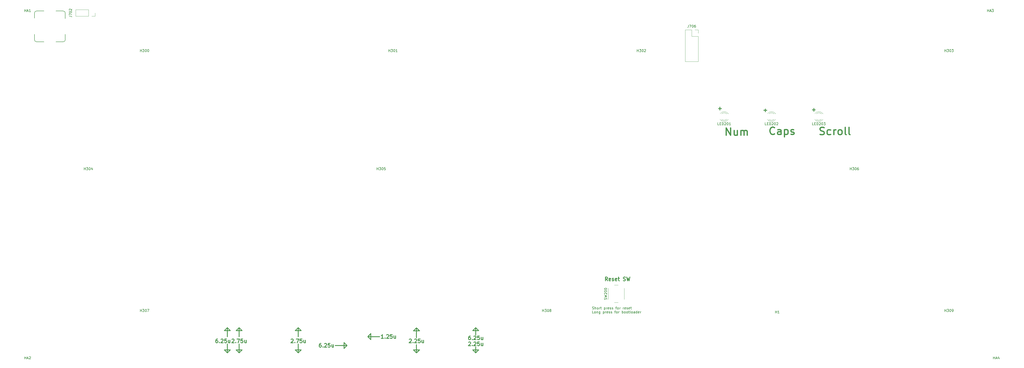
<source format=gbr>
G04 #@! TF.GenerationSoftware,KiCad,Pcbnew,7.0.1*
G04 #@! TF.CreationDate,2023-03-28T00:09:38-04:00*
G04 #@! TF.ProjectId,Boston-keyboard-V08DHA,426f7374-6f6e-42d6-9b65-79626f617264,rev?*
G04 #@! TF.SameCoordinates,Original*
G04 #@! TF.FileFunction,Legend,Top*
G04 #@! TF.FilePolarity,Positive*
%FSLAX46Y46*%
G04 Gerber Fmt 4.6, Leading zero omitted, Abs format (unit mm)*
G04 Created by KiCad (PCBNEW 7.0.1) date 2023-03-28 00:09:38*
%MOMM*%
%LPD*%
G01*
G04 APERTURE LIST*
%ADD10C,0.300000*%
%ADD11C,0.500000*%
%ADD12C,0.200000*%
%ADD13C,0.150000*%
%ADD14C,0.120000*%
G04 APERTURE END LIST*
D10*
X142200064Y-164390714D02*
X142200064Y-167962592D01*
X212409374Y-166796878D02*
X214790626Y-166796878D01*
X195182921Y-162604775D02*
X193992295Y-161414149D01*
X142200064Y-167962592D02*
X141009438Y-166771966D01*
X166012584Y-164390714D02*
X166012584Y-167962592D01*
X238640770Y-159032897D02*
X236259518Y-159032897D01*
X136246934Y-166771966D02*
X138628186Y-166771966D01*
X167203210Y-166771966D02*
X166012584Y-167962592D01*
X193992295Y-161414149D02*
X198754799Y-161414149D01*
X141009438Y-166771966D02*
X143390690Y-166771966D01*
X138628186Y-159032897D02*
X137437560Y-157842271D01*
X166012584Y-157842271D02*
X164821958Y-159032897D01*
X136246934Y-159032897D02*
X138628186Y-159032897D01*
X214790626Y-166796878D02*
X213600000Y-167987504D01*
X167203210Y-159032897D02*
X166012584Y-157842271D01*
X237450144Y-157842271D02*
X238640770Y-159032897D01*
X237450144Y-167962592D02*
X238640770Y-166771966D01*
X185657913Y-164986027D02*
X184467287Y-163795401D01*
X141009438Y-159032897D02*
X143390690Y-159032897D01*
X237450144Y-157842271D02*
X237450144Y-160818836D01*
X166012584Y-161414149D02*
X166012584Y-157842271D01*
X213600000Y-164649912D02*
X213600000Y-167987504D01*
X137437560Y-161414149D02*
X137437560Y-157842271D01*
X164821958Y-159032897D02*
X167203210Y-159032897D01*
X138628186Y-166771966D02*
X137437560Y-167962592D01*
X137437560Y-157842271D02*
X136246934Y-159032897D01*
X237450144Y-165581340D02*
X237450144Y-167962592D01*
X195182921Y-160223523D02*
X195182921Y-162604775D01*
X164821958Y-166771966D02*
X167203210Y-166771966D01*
X142200064Y-161414149D02*
X142200064Y-157842271D01*
X213600000Y-161849912D02*
X213600000Y-157867183D01*
X166012584Y-167962592D02*
X164821958Y-166771966D01*
X184467287Y-166176653D02*
X185657913Y-164986027D01*
X143390690Y-166771966D02*
X142200064Y-167962592D01*
X237450144Y-167962592D02*
X236259518Y-166771966D01*
X212409374Y-159057809D02*
X214790626Y-159057809D01*
X236259518Y-159032897D02*
X237450144Y-157842271D01*
X193992295Y-161414149D02*
X195182921Y-160223523D01*
X214790626Y-159057809D02*
X213600000Y-157867183D01*
X213600000Y-167987504D02*
X212409374Y-166796878D01*
X142200064Y-157842271D02*
X141009438Y-159032897D01*
X137437560Y-164390714D02*
X137437560Y-167962592D01*
X213600000Y-157867183D02*
X212409374Y-159057809D01*
X137437560Y-167962592D02*
X136246934Y-166771966D01*
X180895409Y-164986027D02*
X185657913Y-164986027D01*
X236259518Y-166771966D02*
X238640770Y-166771966D01*
X143390690Y-159032897D02*
X142200064Y-157842271D01*
X184467287Y-163795401D02*
X184467287Y-166176653D01*
D11*
X376029999Y-79895000D02*
X376458571Y-80037857D01*
X376458571Y-80037857D02*
X377172856Y-80037857D01*
X377172856Y-80037857D02*
X377458571Y-79895000D01*
X377458571Y-79895000D02*
X377601428Y-79752142D01*
X377601428Y-79752142D02*
X377744285Y-79466428D01*
X377744285Y-79466428D02*
X377744285Y-79180714D01*
X377744285Y-79180714D02*
X377601428Y-78895000D01*
X377601428Y-78895000D02*
X377458571Y-78752142D01*
X377458571Y-78752142D02*
X377172856Y-78609285D01*
X377172856Y-78609285D02*
X376601428Y-78466428D01*
X376601428Y-78466428D02*
X376315713Y-78323571D01*
X376315713Y-78323571D02*
X376172856Y-78180714D01*
X376172856Y-78180714D02*
X376029999Y-77895000D01*
X376029999Y-77895000D02*
X376029999Y-77609285D01*
X376029999Y-77609285D02*
X376172856Y-77323571D01*
X376172856Y-77323571D02*
X376315713Y-77180714D01*
X376315713Y-77180714D02*
X376601428Y-77037857D01*
X376601428Y-77037857D02*
X377315713Y-77037857D01*
X377315713Y-77037857D02*
X377744285Y-77180714D01*
X380315714Y-79895000D02*
X380029999Y-80037857D01*
X380029999Y-80037857D02*
X379458571Y-80037857D01*
X379458571Y-80037857D02*
X379172856Y-79895000D01*
X379172856Y-79895000D02*
X379029999Y-79752142D01*
X379029999Y-79752142D02*
X378887142Y-79466428D01*
X378887142Y-79466428D02*
X378887142Y-78609285D01*
X378887142Y-78609285D02*
X379029999Y-78323571D01*
X379029999Y-78323571D02*
X379172856Y-78180714D01*
X379172856Y-78180714D02*
X379458571Y-78037857D01*
X379458571Y-78037857D02*
X380029999Y-78037857D01*
X380029999Y-78037857D02*
X380315714Y-78180714D01*
X381601428Y-80037857D02*
X381601428Y-78037857D01*
X381601428Y-78609285D02*
X381744285Y-78323571D01*
X381744285Y-78323571D02*
X381887143Y-78180714D01*
X381887143Y-78180714D02*
X382172857Y-78037857D01*
X382172857Y-78037857D02*
X382458571Y-78037857D01*
X383887143Y-80037857D02*
X383601428Y-79895000D01*
X383601428Y-79895000D02*
X383458571Y-79752142D01*
X383458571Y-79752142D02*
X383315714Y-79466428D01*
X383315714Y-79466428D02*
X383315714Y-78609285D01*
X383315714Y-78609285D02*
X383458571Y-78323571D01*
X383458571Y-78323571D02*
X383601428Y-78180714D01*
X383601428Y-78180714D02*
X383887143Y-78037857D01*
X383887143Y-78037857D02*
X384315714Y-78037857D01*
X384315714Y-78037857D02*
X384601428Y-78180714D01*
X384601428Y-78180714D02*
X384744286Y-78323571D01*
X384744286Y-78323571D02*
X384887143Y-78609285D01*
X384887143Y-78609285D02*
X384887143Y-79466428D01*
X384887143Y-79466428D02*
X384744286Y-79752142D01*
X384744286Y-79752142D02*
X384601428Y-79895000D01*
X384601428Y-79895000D02*
X384315714Y-80037857D01*
X384315714Y-80037857D02*
X383887143Y-80037857D01*
X386601429Y-80037857D02*
X386315714Y-79895000D01*
X386315714Y-79895000D02*
X386172857Y-79609285D01*
X386172857Y-79609285D02*
X386172857Y-77037857D01*
X388172858Y-80037857D02*
X387887143Y-79895000D01*
X387887143Y-79895000D02*
X387744286Y-79609285D01*
X387744286Y-79609285D02*
X387744286Y-77037857D01*
D10*
X372978571Y-70032500D02*
X374121429Y-70032500D01*
X373550000Y-70603928D02*
X373550000Y-69461071D01*
D11*
X338305714Y-80277857D02*
X338305714Y-77277857D01*
X338305714Y-77277857D02*
X340020000Y-80277857D01*
X340020000Y-80277857D02*
X340020000Y-77277857D01*
X342734286Y-78277857D02*
X342734286Y-80277857D01*
X341448571Y-78277857D02*
X341448571Y-79849285D01*
X341448571Y-79849285D02*
X341591428Y-80135000D01*
X341591428Y-80135000D02*
X341877143Y-80277857D01*
X341877143Y-80277857D02*
X342305714Y-80277857D01*
X342305714Y-80277857D02*
X342591428Y-80135000D01*
X342591428Y-80135000D02*
X342734286Y-79992142D01*
X344162857Y-80277857D02*
X344162857Y-78277857D01*
X344162857Y-78563571D02*
X344305714Y-78420714D01*
X344305714Y-78420714D02*
X344591429Y-78277857D01*
X344591429Y-78277857D02*
X345020000Y-78277857D01*
X345020000Y-78277857D02*
X345305714Y-78420714D01*
X345305714Y-78420714D02*
X345448572Y-78706428D01*
X345448572Y-78706428D02*
X345448572Y-80277857D01*
X345448572Y-78706428D02*
X345591429Y-78420714D01*
X345591429Y-78420714D02*
X345877143Y-78277857D01*
X345877143Y-78277857D02*
X346305714Y-78277857D01*
X346305714Y-78277857D02*
X346591429Y-78420714D01*
X346591429Y-78420714D02*
X346734286Y-78706428D01*
X346734286Y-78706428D02*
X346734286Y-80277857D01*
D10*
X133473050Y-162394016D02*
X133187335Y-162394016D01*
X133187335Y-162394016D02*
X133044478Y-162465445D01*
X133044478Y-162465445D02*
X132973050Y-162536873D01*
X132973050Y-162536873D02*
X132830192Y-162751159D01*
X132830192Y-162751159D02*
X132758764Y-163036873D01*
X132758764Y-163036873D02*
X132758764Y-163608302D01*
X132758764Y-163608302D02*
X132830192Y-163751159D01*
X132830192Y-163751159D02*
X132901621Y-163822588D01*
X132901621Y-163822588D02*
X133044478Y-163894016D01*
X133044478Y-163894016D02*
X133330192Y-163894016D01*
X133330192Y-163894016D02*
X133473050Y-163822588D01*
X133473050Y-163822588D02*
X133544478Y-163751159D01*
X133544478Y-163751159D02*
X133615907Y-163608302D01*
X133615907Y-163608302D02*
X133615907Y-163251159D01*
X133615907Y-163251159D02*
X133544478Y-163108302D01*
X133544478Y-163108302D02*
X133473050Y-163036873D01*
X133473050Y-163036873D02*
X133330192Y-162965445D01*
X133330192Y-162965445D02*
X133044478Y-162965445D01*
X133044478Y-162965445D02*
X132901621Y-163036873D01*
X132901621Y-163036873D02*
X132830192Y-163108302D01*
X132830192Y-163108302D02*
X132758764Y-163251159D01*
X134258763Y-163751159D02*
X134330192Y-163822588D01*
X134330192Y-163822588D02*
X134258763Y-163894016D01*
X134258763Y-163894016D02*
X134187335Y-163822588D01*
X134187335Y-163822588D02*
X134258763Y-163751159D01*
X134258763Y-163751159D02*
X134258763Y-163894016D01*
X134901621Y-162536873D02*
X134973049Y-162465445D01*
X134973049Y-162465445D02*
X135115907Y-162394016D01*
X135115907Y-162394016D02*
X135473049Y-162394016D01*
X135473049Y-162394016D02*
X135615907Y-162465445D01*
X135615907Y-162465445D02*
X135687335Y-162536873D01*
X135687335Y-162536873D02*
X135758764Y-162679730D01*
X135758764Y-162679730D02*
X135758764Y-162822588D01*
X135758764Y-162822588D02*
X135687335Y-163036873D01*
X135687335Y-163036873D02*
X134830192Y-163894016D01*
X134830192Y-163894016D02*
X135758764Y-163894016D01*
X137115906Y-162394016D02*
X136401620Y-162394016D01*
X136401620Y-162394016D02*
X136330192Y-163108302D01*
X136330192Y-163108302D02*
X136401620Y-163036873D01*
X136401620Y-163036873D02*
X136544478Y-162965445D01*
X136544478Y-162965445D02*
X136901620Y-162965445D01*
X136901620Y-162965445D02*
X137044478Y-163036873D01*
X137044478Y-163036873D02*
X137115906Y-163108302D01*
X137115906Y-163108302D02*
X137187335Y-163251159D01*
X137187335Y-163251159D02*
X137187335Y-163608302D01*
X137187335Y-163608302D02*
X137115906Y-163751159D01*
X137115906Y-163751159D02*
X137044478Y-163822588D01*
X137044478Y-163822588D02*
X136901620Y-163894016D01*
X136901620Y-163894016D02*
X136544478Y-163894016D01*
X136544478Y-163894016D02*
X136401620Y-163822588D01*
X136401620Y-163822588D02*
X136330192Y-163751159D01*
X138473049Y-162894016D02*
X138473049Y-163894016D01*
X137830191Y-162894016D02*
X137830191Y-163679730D01*
X137830191Y-163679730D02*
X137901620Y-163822588D01*
X137901620Y-163822588D02*
X138044477Y-163894016D01*
X138044477Y-163894016D02*
X138258763Y-163894016D01*
X138258763Y-163894016D02*
X138401620Y-163822588D01*
X138401620Y-163822588D02*
X138473049Y-163751159D01*
X290500000Y-138918928D02*
X290000000Y-138204642D01*
X289642857Y-138918928D02*
X289642857Y-137418928D01*
X289642857Y-137418928D02*
X290214286Y-137418928D01*
X290214286Y-137418928D02*
X290357143Y-137490357D01*
X290357143Y-137490357D02*
X290428572Y-137561785D01*
X290428572Y-137561785D02*
X290500000Y-137704642D01*
X290500000Y-137704642D02*
X290500000Y-137918928D01*
X290500000Y-137918928D02*
X290428572Y-138061785D01*
X290428572Y-138061785D02*
X290357143Y-138133214D01*
X290357143Y-138133214D02*
X290214286Y-138204642D01*
X290214286Y-138204642D02*
X289642857Y-138204642D01*
X291714286Y-138847500D02*
X291571429Y-138918928D01*
X291571429Y-138918928D02*
X291285715Y-138918928D01*
X291285715Y-138918928D02*
X291142857Y-138847500D01*
X291142857Y-138847500D02*
X291071429Y-138704642D01*
X291071429Y-138704642D02*
X291071429Y-138133214D01*
X291071429Y-138133214D02*
X291142857Y-137990357D01*
X291142857Y-137990357D02*
X291285715Y-137918928D01*
X291285715Y-137918928D02*
X291571429Y-137918928D01*
X291571429Y-137918928D02*
X291714286Y-137990357D01*
X291714286Y-137990357D02*
X291785715Y-138133214D01*
X291785715Y-138133214D02*
X291785715Y-138276071D01*
X291785715Y-138276071D02*
X291071429Y-138418928D01*
X292357143Y-138847500D02*
X292500000Y-138918928D01*
X292500000Y-138918928D02*
X292785714Y-138918928D01*
X292785714Y-138918928D02*
X292928571Y-138847500D01*
X292928571Y-138847500D02*
X293000000Y-138704642D01*
X293000000Y-138704642D02*
X293000000Y-138633214D01*
X293000000Y-138633214D02*
X292928571Y-138490357D01*
X292928571Y-138490357D02*
X292785714Y-138418928D01*
X292785714Y-138418928D02*
X292571429Y-138418928D01*
X292571429Y-138418928D02*
X292428571Y-138347500D01*
X292428571Y-138347500D02*
X292357143Y-138204642D01*
X292357143Y-138204642D02*
X292357143Y-138133214D01*
X292357143Y-138133214D02*
X292428571Y-137990357D01*
X292428571Y-137990357D02*
X292571429Y-137918928D01*
X292571429Y-137918928D02*
X292785714Y-137918928D01*
X292785714Y-137918928D02*
X292928571Y-137990357D01*
X294214286Y-138847500D02*
X294071429Y-138918928D01*
X294071429Y-138918928D02*
X293785715Y-138918928D01*
X293785715Y-138918928D02*
X293642857Y-138847500D01*
X293642857Y-138847500D02*
X293571429Y-138704642D01*
X293571429Y-138704642D02*
X293571429Y-138133214D01*
X293571429Y-138133214D02*
X293642857Y-137990357D01*
X293642857Y-137990357D02*
X293785715Y-137918928D01*
X293785715Y-137918928D02*
X294071429Y-137918928D01*
X294071429Y-137918928D02*
X294214286Y-137990357D01*
X294214286Y-137990357D02*
X294285715Y-138133214D01*
X294285715Y-138133214D02*
X294285715Y-138276071D01*
X294285715Y-138276071D02*
X293571429Y-138418928D01*
X294714286Y-137918928D02*
X295285714Y-137918928D01*
X294928571Y-137418928D02*
X294928571Y-138704642D01*
X294928571Y-138704642D02*
X295000000Y-138847500D01*
X295000000Y-138847500D02*
X295142857Y-138918928D01*
X295142857Y-138918928D02*
X295285714Y-138918928D01*
X296857143Y-138847500D02*
X297071429Y-138918928D01*
X297071429Y-138918928D02*
X297428571Y-138918928D01*
X297428571Y-138918928D02*
X297571429Y-138847500D01*
X297571429Y-138847500D02*
X297642857Y-138776071D01*
X297642857Y-138776071D02*
X297714286Y-138633214D01*
X297714286Y-138633214D02*
X297714286Y-138490357D01*
X297714286Y-138490357D02*
X297642857Y-138347500D01*
X297642857Y-138347500D02*
X297571429Y-138276071D01*
X297571429Y-138276071D02*
X297428571Y-138204642D01*
X297428571Y-138204642D02*
X297142857Y-138133214D01*
X297142857Y-138133214D02*
X297000000Y-138061785D01*
X297000000Y-138061785D02*
X296928571Y-137990357D01*
X296928571Y-137990357D02*
X296857143Y-137847500D01*
X296857143Y-137847500D02*
X296857143Y-137704642D01*
X296857143Y-137704642D02*
X296928571Y-137561785D01*
X296928571Y-137561785D02*
X297000000Y-137490357D01*
X297000000Y-137490357D02*
X297142857Y-137418928D01*
X297142857Y-137418928D02*
X297500000Y-137418928D01*
X297500000Y-137418928D02*
X297714286Y-137490357D01*
X298214285Y-137418928D02*
X298571428Y-138918928D01*
X298571428Y-138918928D02*
X298857142Y-137847500D01*
X298857142Y-137847500D02*
X299142857Y-138918928D01*
X299142857Y-138918928D02*
X299500000Y-137418928D01*
X200290963Y-162108077D02*
X199433820Y-162108077D01*
X199862391Y-162108077D02*
X199862391Y-160608077D01*
X199862391Y-160608077D02*
X199719534Y-160822363D01*
X199719534Y-160822363D02*
X199576677Y-160965220D01*
X199576677Y-160965220D02*
X199433820Y-161036649D01*
X200933819Y-161965220D02*
X201005248Y-162036649D01*
X201005248Y-162036649D02*
X200933819Y-162108077D01*
X200933819Y-162108077D02*
X200862391Y-162036649D01*
X200862391Y-162036649D02*
X200933819Y-161965220D01*
X200933819Y-161965220D02*
X200933819Y-162108077D01*
X201576677Y-160750934D02*
X201648105Y-160679506D01*
X201648105Y-160679506D02*
X201790963Y-160608077D01*
X201790963Y-160608077D02*
X202148105Y-160608077D01*
X202148105Y-160608077D02*
X202290963Y-160679506D01*
X202290963Y-160679506D02*
X202362391Y-160750934D01*
X202362391Y-160750934D02*
X202433820Y-160893791D01*
X202433820Y-160893791D02*
X202433820Y-161036649D01*
X202433820Y-161036649D02*
X202362391Y-161250934D01*
X202362391Y-161250934D02*
X201505248Y-162108077D01*
X201505248Y-162108077D02*
X202433820Y-162108077D01*
X203790962Y-160608077D02*
X203076676Y-160608077D01*
X203076676Y-160608077D02*
X203005248Y-161322363D01*
X203005248Y-161322363D02*
X203076676Y-161250934D01*
X203076676Y-161250934D02*
X203219534Y-161179506D01*
X203219534Y-161179506D02*
X203576676Y-161179506D01*
X203576676Y-161179506D02*
X203719534Y-161250934D01*
X203719534Y-161250934D02*
X203790962Y-161322363D01*
X203790962Y-161322363D02*
X203862391Y-161465220D01*
X203862391Y-161465220D02*
X203862391Y-161822363D01*
X203862391Y-161822363D02*
X203790962Y-161965220D01*
X203790962Y-161965220D02*
X203719534Y-162036649D01*
X203719534Y-162036649D02*
X203576676Y-162108077D01*
X203576676Y-162108077D02*
X203219534Y-162108077D01*
X203219534Y-162108077D02*
X203076676Y-162036649D01*
X203076676Y-162036649D02*
X203005248Y-161965220D01*
X205148105Y-161108077D02*
X205148105Y-162108077D01*
X204505247Y-161108077D02*
X204505247Y-161893791D01*
X204505247Y-161893791D02*
X204576676Y-162036649D01*
X204576676Y-162036649D02*
X204719533Y-162108077D01*
X204719533Y-162108077D02*
X204933819Y-162108077D01*
X204933819Y-162108077D02*
X205076676Y-162036649D01*
X205076676Y-162036649D02*
X205148105Y-161965220D01*
X353428571Y-70212500D02*
X354571429Y-70212500D01*
X354000000Y-70783928D02*
X354000000Y-69641071D01*
D11*
X357760000Y-79662142D02*
X357617143Y-79805000D01*
X357617143Y-79805000D02*
X357188571Y-79947857D01*
X357188571Y-79947857D02*
X356902857Y-79947857D01*
X356902857Y-79947857D02*
X356474286Y-79805000D01*
X356474286Y-79805000D02*
X356188571Y-79519285D01*
X356188571Y-79519285D02*
X356045714Y-79233571D01*
X356045714Y-79233571D02*
X355902857Y-78662142D01*
X355902857Y-78662142D02*
X355902857Y-78233571D01*
X355902857Y-78233571D02*
X356045714Y-77662142D01*
X356045714Y-77662142D02*
X356188571Y-77376428D01*
X356188571Y-77376428D02*
X356474286Y-77090714D01*
X356474286Y-77090714D02*
X356902857Y-76947857D01*
X356902857Y-76947857D02*
X357188571Y-76947857D01*
X357188571Y-76947857D02*
X357617143Y-77090714D01*
X357617143Y-77090714D02*
X357760000Y-77233571D01*
X360331429Y-79947857D02*
X360331429Y-78376428D01*
X360331429Y-78376428D02*
X360188571Y-78090714D01*
X360188571Y-78090714D02*
X359902857Y-77947857D01*
X359902857Y-77947857D02*
X359331429Y-77947857D01*
X359331429Y-77947857D02*
X359045714Y-78090714D01*
X360331429Y-79805000D02*
X360045714Y-79947857D01*
X360045714Y-79947857D02*
X359331429Y-79947857D01*
X359331429Y-79947857D02*
X359045714Y-79805000D01*
X359045714Y-79805000D02*
X358902857Y-79519285D01*
X358902857Y-79519285D02*
X358902857Y-79233571D01*
X358902857Y-79233571D02*
X359045714Y-78947857D01*
X359045714Y-78947857D02*
X359331429Y-78805000D01*
X359331429Y-78805000D02*
X360045714Y-78805000D01*
X360045714Y-78805000D02*
X360331429Y-78662142D01*
X361760000Y-77947857D02*
X361760000Y-80947857D01*
X361760000Y-78090714D02*
X362045715Y-77947857D01*
X362045715Y-77947857D02*
X362617143Y-77947857D01*
X362617143Y-77947857D02*
X362902857Y-78090714D01*
X362902857Y-78090714D02*
X363045715Y-78233571D01*
X363045715Y-78233571D02*
X363188572Y-78519285D01*
X363188572Y-78519285D02*
X363188572Y-79376428D01*
X363188572Y-79376428D02*
X363045715Y-79662142D01*
X363045715Y-79662142D02*
X362902857Y-79805000D01*
X362902857Y-79805000D02*
X362617143Y-79947857D01*
X362617143Y-79947857D02*
X362045715Y-79947857D01*
X362045715Y-79947857D02*
X361760000Y-79805000D01*
X364331429Y-79805000D02*
X364617143Y-79947857D01*
X364617143Y-79947857D02*
X365188572Y-79947857D01*
X365188572Y-79947857D02*
X365474286Y-79805000D01*
X365474286Y-79805000D02*
X365617143Y-79519285D01*
X365617143Y-79519285D02*
X365617143Y-79376428D01*
X365617143Y-79376428D02*
X365474286Y-79090714D01*
X365474286Y-79090714D02*
X365188572Y-78947857D01*
X365188572Y-78947857D02*
X364760001Y-78947857D01*
X364760001Y-78947857D02*
X364474286Y-78805000D01*
X364474286Y-78805000D02*
X364331429Y-78519285D01*
X364331429Y-78519285D02*
X364331429Y-78376428D01*
X364331429Y-78376428D02*
X364474286Y-78090714D01*
X364474286Y-78090714D02*
X364760001Y-77947857D01*
X364760001Y-77947857D02*
X365188572Y-77947857D01*
X365188572Y-77947857D02*
X365474286Y-78090714D01*
D10*
X175144960Y-164179955D02*
X174859245Y-164179955D01*
X174859245Y-164179955D02*
X174716388Y-164251384D01*
X174716388Y-164251384D02*
X174644960Y-164322812D01*
X174644960Y-164322812D02*
X174502102Y-164537098D01*
X174502102Y-164537098D02*
X174430674Y-164822812D01*
X174430674Y-164822812D02*
X174430674Y-165394241D01*
X174430674Y-165394241D02*
X174502102Y-165537098D01*
X174502102Y-165537098D02*
X174573531Y-165608527D01*
X174573531Y-165608527D02*
X174716388Y-165679955D01*
X174716388Y-165679955D02*
X175002102Y-165679955D01*
X175002102Y-165679955D02*
X175144960Y-165608527D01*
X175144960Y-165608527D02*
X175216388Y-165537098D01*
X175216388Y-165537098D02*
X175287817Y-165394241D01*
X175287817Y-165394241D02*
X175287817Y-165037098D01*
X175287817Y-165037098D02*
X175216388Y-164894241D01*
X175216388Y-164894241D02*
X175144960Y-164822812D01*
X175144960Y-164822812D02*
X175002102Y-164751384D01*
X175002102Y-164751384D02*
X174716388Y-164751384D01*
X174716388Y-164751384D02*
X174573531Y-164822812D01*
X174573531Y-164822812D02*
X174502102Y-164894241D01*
X174502102Y-164894241D02*
X174430674Y-165037098D01*
X175930673Y-165537098D02*
X176002102Y-165608527D01*
X176002102Y-165608527D02*
X175930673Y-165679955D01*
X175930673Y-165679955D02*
X175859245Y-165608527D01*
X175859245Y-165608527D02*
X175930673Y-165537098D01*
X175930673Y-165537098D02*
X175930673Y-165679955D01*
X176573531Y-164322812D02*
X176644959Y-164251384D01*
X176644959Y-164251384D02*
X176787817Y-164179955D01*
X176787817Y-164179955D02*
X177144959Y-164179955D01*
X177144959Y-164179955D02*
X177287817Y-164251384D01*
X177287817Y-164251384D02*
X177359245Y-164322812D01*
X177359245Y-164322812D02*
X177430674Y-164465669D01*
X177430674Y-164465669D02*
X177430674Y-164608527D01*
X177430674Y-164608527D02*
X177359245Y-164822812D01*
X177359245Y-164822812D02*
X176502102Y-165679955D01*
X176502102Y-165679955D02*
X177430674Y-165679955D01*
X178787816Y-164179955D02*
X178073530Y-164179955D01*
X178073530Y-164179955D02*
X178002102Y-164894241D01*
X178002102Y-164894241D02*
X178073530Y-164822812D01*
X178073530Y-164822812D02*
X178216388Y-164751384D01*
X178216388Y-164751384D02*
X178573530Y-164751384D01*
X178573530Y-164751384D02*
X178716388Y-164822812D01*
X178716388Y-164822812D02*
X178787816Y-164894241D01*
X178787816Y-164894241D02*
X178859245Y-165037098D01*
X178859245Y-165037098D02*
X178859245Y-165394241D01*
X178859245Y-165394241D02*
X178787816Y-165537098D01*
X178787816Y-165537098D02*
X178716388Y-165608527D01*
X178716388Y-165608527D02*
X178573530Y-165679955D01*
X178573530Y-165679955D02*
X178216388Y-165679955D01*
X178216388Y-165679955D02*
X178073530Y-165608527D01*
X178073530Y-165608527D02*
X178002102Y-165537098D01*
X180144959Y-164679955D02*
X180144959Y-165679955D01*
X179502101Y-164679955D02*
X179502101Y-165465669D01*
X179502101Y-165465669D02*
X179573530Y-165608527D01*
X179573530Y-165608527D02*
X179716387Y-165679955D01*
X179716387Y-165679955D02*
X179930673Y-165679955D01*
X179930673Y-165679955D02*
X180073530Y-165608527D01*
X180073530Y-165608527D02*
X180144959Y-165537098D01*
X335198571Y-69512500D02*
X336341429Y-69512500D01*
X335770000Y-70083928D02*
X335770000Y-68941071D01*
X163119727Y-162536873D02*
X163191155Y-162465445D01*
X163191155Y-162465445D02*
X163334013Y-162394016D01*
X163334013Y-162394016D02*
X163691155Y-162394016D01*
X163691155Y-162394016D02*
X163834013Y-162465445D01*
X163834013Y-162465445D02*
X163905441Y-162536873D01*
X163905441Y-162536873D02*
X163976870Y-162679730D01*
X163976870Y-162679730D02*
X163976870Y-162822588D01*
X163976870Y-162822588D02*
X163905441Y-163036873D01*
X163905441Y-163036873D02*
X163048298Y-163894016D01*
X163048298Y-163894016D02*
X163976870Y-163894016D01*
X164619726Y-163751159D02*
X164691155Y-163822588D01*
X164691155Y-163822588D02*
X164619726Y-163894016D01*
X164619726Y-163894016D02*
X164548298Y-163822588D01*
X164548298Y-163822588D02*
X164619726Y-163751159D01*
X164619726Y-163751159D02*
X164619726Y-163894016D01*
X165191155Y-162394016D02*
X166191155Y-162394016D01*
X166191155Y-162394016D02*
X165548298Y-163894016D01*
X167476869Y-162394016D02*
X166762583Y-162394016D01*
X166762583Y-162394016D02*
X166691155Y-163108302D01*
X166691155Y-163108302D02*
X166762583Y-163036873D01*
X166762583Y-163036873D02*
X166905441Y-162965445D01*
X166905441Y-162965445D02*
X167262583Y-162965445D01*
X167262583Y-162965445D02*
X167405441Y-163036873D01*
X167405441Y-163036873D02*
X167476869Y-163108302D01*
X167476869Y-163108302D02*
X167548298Y-163251159D01*
X167548298Y-163251159D02*
X167548298Y-163608302D01*
X167548298Y-163608302D02*
X167476869Y-163751159D01*
X167476869Y-163751159D02*
X167405441Y-163822588D01*
X167405441Y-163822588D02*
X167262583Y-163894016D01*
X167262583Y-163894016D02*
X166905441Y-163894016D01*
X166905441Y-163894016D02*
X166762583Y-163822588D01*
X166762583Y-163822588D02*
X166691155Y-163751159D01*
X168834012Y-162894016D02*
X168834012Y-163894016D01*
X168191154Y-162894016D02*
X168191154Y-163679730D01*
X168191154Y-163679730D02*
X168262583Y-163822588D01*
X168262583Y-163822588D02*
X168405440Y-163894016D01*
X168405440Y-163894016D02*
X168619726Y-163894016D01*
X168619726Y-163894016D02*
X168762583Y-163822588D01*
X168762583Y-163822588D02*
X168834012Y-163751159D01*
X210707143Y-162561785D02*
X210778571Y-162490357D01*
X210778571Y-162490357D02*
X210921429Y-162418928D01*
X210921429Y-162418928D02*
X211278571Y-162418928D01*
X211278571Y-162418928D02*
X211421429Y-162490357D01*
X211421429Y-162490357D02*
X211492857Y-162561785D01*
X211492857Y-162561785D02*
X211564286Y-162704642D01*
X211564286Y-162704642D02*
X211564286Y-162847500D01*
X211564286Y-162847500D02*
X211492857Y-163061785D01*
X211492857Y-163061785D02*
X210635714Y-163918928D01*
X210635714Y-163918928D02*
X211564286Y-163918928D01*
X212207142Y-163776071D02*
X212278571Y-163847500D01*
X212278571Y-163847500D02*
X212207142Y-163918928D01*
X212207142Y-163918928D02*
X212135714Y-163847500D01*
X212135714Y-163847500D02*
X212207142Y-163776071D01*
X212207142Y-163776071D02*
X212207142Y-163918928D01*
X212850000Y-162561785D02*
X212921428Y-162490357D01*
X212921428Y-162490357D02*
X213064286Y-162418928D01*
X213064286Y-162418928D02*
X213421428Y-162418928D01*
X213421428Y-162418928D02*
X213564286Y-162490357D01*
X213564286Y-162490357D02*
X213635714Y-162561785D01*
X213635714Y-162561785D02*
X213707143Y-162704642D01*
X213707143Y-162704642D02*
X213707143Y-162847500D01*
X213707143Y-162847500D02*
X213635714Y-163061785D01*
X213635714Y-163061785D02*
X212778571Y-163918928D01*
X212778571Y-163918928D02*
X213707143Y-163918928D01*
X215064285Y-162418928D02*
X214349999Y-162418928D01*
X214349999Y-162418928D02*
X214278571Y-163133214D01*
X214278571Y-163133214D02*
X214349999Y-163061785D01*
X214349999Y-163061785D02*
X214492857Y-162990357D01*
X214492857Y-162990357D02*
X214849999Y-162990357D01*
X214849999Y-162990357D02*
X214992857Y-163061785D01*
X214992857Y-163061785D02*
X215064285Y-163133214D01*
X215064285Y-163133214D02*
X215135714Y-163276071D01*
X215135714Y-163276071D02*
X215135714Y-163633214D01*
X215135714Y-163633214D02*
X215064285Y-163776071D01*
X215064285Y-163776071D02*
X214992857Y-163847500D01*
X214992857Y-163847500D02*
X214849999Y-163918928D01*
X214849999Y-163918928D02*
X214492857Y-163918928D01*
X214492857Y-163918928D02*
X214349999Y-163847500D01*
X214349999Y-163847500D02*
X214278571Y-163776071D01*
X216421428Y-162918928D02*
X216421428Y-163918928D01*
X215778570Y-162918928D02*
X215778570Y-163704642D01*
X215778570Y-163704642D02*
X215849999Y-163847500D01*
X215849999Y-163847500D02*
X215992856Y-163918928D01*
X215992856Y-163918928D02*
X216207142Y-163918928D01*
X216207142Y-163918928D02*
X216349999Y-163847500D01*
X216349999Y-163847500D02*
X216421428Y-163776071D01*
X235271573Y-161179016D02*
X234985858Y-161179016D01*
X234985858Y-161179016D02*
X234843001Y-161250445D01*
X234843001Y-161250445D02*
X234771573Y-161321873D01*
X234771573Y-161321873D02*
X234628715Y-161536159D01*
X234628715Y-161536159D02*
X234557287Y-161821873D01*
X234557287Y-161821873D02*
X234557287Y-162393302D01*
X234557287Y-162393302D02*
X234628715Y-162536159D01*
X234628715Y-162536159D02*
X234700144Y-162607588D01*
X234700144Y-162607588D02*
X234843001Y-162679016D01*
X234843001Y-162679016D02*
X235128715Y-162679016D01*
X235128715Y-162679016D02*
X235271573Y-162607588D01*
X235271573Y-162607588D02*
X235343001Y-162536159D01*
X235343001Y-162536159D02*
X235414430Y-162393302D01*
X235414430Y-162393302D02*
X235414430Y-162036159D01*
X235414430Y-162036159D02*
X235343001Y-161893302D01*
X235343001Y-161893302D02*
X235271573Y-161821873D01*
X235271573Y-161821873D02*
X235128715Y-161750445D01*
X235128715Y-161750445D02*
X234843001Y-161750445D01*
X234843001Y-161750445D02*
X234700144Y-161821873D01*
X234700144Y-161821873D02*
X234628715Y-161893302D01*
X234628715Y-161893302D02*
X234557287Y-162036159D01*
X236057286Y-162536159D02*
X236128715Y-162607588D01*
X236128715Y-162607588D02*
X236057286Y-162679016D01*
X236057286Y-162679016D02*
X235985858Y-162607588D01*
X235985858Y-162607588D02*
X236057286Y-162536159D01*
X236057286Y-162536159D02*
X236057286Y-162679016D01*
X236700144Y-161321873D02*
X236771572Y-161250445D01*
X236771572Y-161250445D02*
X236914430Y-161179016D01*
X236914430Y-161179016D02*
X237271572Y-161179016D01*
X237271572Y-161179016D02*
X237414430Y-161250445D01*
X237414430Y-161250445D02*
X237485858Y-161321873D01*
X237485858Y-161321873D02*
X237557287Y-161464730D01*
X237557287Y-161464730D02*
X237557287Y-161607588D01*
X237557287Y-161607588D02*
X237485858Y-161821873D01*
X237485858Y-161821873D02*
X236628715Y-162679016D01*
X236628715Y-162679016D02*
X237557287Y-162679016D01*
X238914429Y-161179016D02*
X238200143Y-161179016D01*
X238200143Y-161179016D02*
X238128715Y-161893302D01*
X238128715Y-161893302D02*
X238200143Y-161821873D01*
X238200143Y-161821873D02*
X238343001Y-161750445D01*
X238343001Y-161750445D02*
X238700143Y-161750445D01*
X238700143Y-161750445D02*
X238843001Y-161821873D01*
X238843001Y-161821873D02*
X238914429Y-161893302D01*
X238914429Y-161893302D02*
X238985858Y-162036159D01*
X238985858Y-162036159D02*
X238985858Y-162393302D01*
X238985858Y-162393302D02*
X238914429Y-162536159D01*
X238914429Y-162536159D02*
X238843001Y-162607588D01*
X238843001Y-162607588D02*
X238700143Y-162679016D01*
X238700143Y-162679016D02*
X238343001Y-162679016D01*
X238343001Y-162679016D02*
X238200143Y-162607588D01*
X238200143Y-162607588D02*
X238128715Y-162536159D01*
X240271572Y-161679016D02*
X240271572Y-162679016D01*
X239628714Y-161679016D02*
X239628714Y-162464730D01*
X239628714Y-162464730D02*
X239700143Y-162607588D01*
X239700143Y-162607588D02*
X239843000Y-162679016D01*
X239843000Y-162679016D02*
X240057286Y-162679016D01*
X240057286Y-162679016D02*
X240200143Y-162607588D01*
X240200143Y-162607588D02*
X240271572Y-162536159D01*
X234557287Y-163751873D02*
X234628715Y-163680445D01*
X234628715Y-163680445D02*
X234771573Y-163609016D01*
X234771573Y-163609016D02*
X235128715Y-163609016D01*
X235128715Y-163609016D02*
X235271573Y-163680445D01*
X235271573Y-163680445D02*
X235343001Y-163751873D01*
X235343001Y-163751873D02*
X235414430Y-163894730D01*
X235414430Y-163894730D02*
X235414430Y-164037588D01*
X235414430Y-164037588D02*
X235343001Y-164251873D01*
X235343001Y-164251873D02*
X234485858Y-165109016D01*
X234485858Y-165109016D02*
X235414430Y-165109016D01*
X236057286Y-164966159D02*
X236128715Y-165037588D01*
X236128715Y-165037588D02*
X236057286Y-165109016D01*
X236057286Y-165109016D02*
X235985858Y-165037588D01*
X235985858Y-165037588D02*
X236057286Y-164966159D01*
X236057286Y-164966159D02*
X236057286Y-165109016D01*
X236700144Y-163751873D02*
X236771572Y-163680445D01*
X236771572Y-163680445D02*
X236914430Y-163609016D01*
X236914430Y-163609016D02*
X237271572Y-163609016D01*
X237271572Y-163609016D02*
X237414430Y-163680445D01*
X237414430Y-163680445D02*
X237485858Y-163751873D01*
X237485858Y-163751873D02*
X237557287Y-163894730D01*
X237557287Y-163894730D02*
X237557287Y-164037588D01*
X237557287Y-164037588D02*
X237485858Y-164251873D01*
X237485858Y-164251873D02*
X236628715Y-165109016D01*
X236628715Y-165109016D02*
X237557287Y-165109016D01*
X238914429Y-163609016D02*
X238200143Y-163609016D01*
X238200143Y-163609016D02*
X238128715Y-164323302D01*
X238128715Y-164323302D02*
X238200143Y-164251873D01*
X238200143Y-164251873D02*
X238343001Y-164180445D01*
X238343001Y-164180445D02*
X238700143Y-164180445D01*
X238700143Y-164180445D02*
X238843001Y-164251873D01*
X238843001Y-164251873D02*
X238914429Y-164323302D01*
X238914429Y-164323302D02*
X238985858Y-164466159D01*
X238985858Y-164466159D02*
X238985858Y-164823302D01*
X238985858Y-164823302D02*
X238914429Y-164966159D01*
X238914429Y-164966159D02*
X238843001Y-165037588D01*
X238843001Y-165037588D02*
X238700143Y-165109016D01*
X238700143Y-165109016D02*
X238343001Y-165109016D01*
X238343001Y-165109016D02*
X238200143Y-165037588D01*
X238200143Y-165037588D02*
X238128715Y-164966159D01*
X240271572Y-164109016D02*
X240271572Y-165109016D01*
X239628714Y-164109016D02*
X239628714Y-164894730D01*
X239628714Y-164894730D02*
X239700143Y-165037588D01*
X239700143Y-165037588D02*
X239843000Y-165109016D01*
X239843000Y-165109016D02*
X240057286Y-165109016D01*
X240057286Y-165109016D02*
X240200143Y-165037588D01*
X240200143Y-165037588D02*
X240271572Y-164966159D01*
D12*
X284390476Y-150330000D02*
X284533333Y-150377619D01*
X284533333Y-150377619D02*
X284771428Y-150377619D01*
X284771428Y-150377619D02*
X284866666Y-150330000D01*
X284866666Y-150330000D02*
X284914285Y-150282380D01*
X284914285Y-150282380D02*
X284961904Y-150187142D01*
X284961904Y-150187142D02*
X284961904Y-150091904D01*
X284961904Y-150091904D02*
X284914285Y-149996666D01*
X284914285Y-149996666D02*
X284866666Y-149949047D01*
X284866666Y-149949047D02*
X284771428Y-149901428D01*
X284771428Y-149901428D02*
X284580952Y-149853809D01*
X284580952Y-149853809D02*
X284485714Y-149806190D01*
X284485714Y-149806190D02*
X284438095Y-149758571D01*
X284438095Y-149758571D02*
X284390476Y-149663333D01*
X284390476Y-149663333D02*
X284390476Y-149568095D01*
X284390476Y-149568095D02*
X284438095Y-149472857D01*
X284438095Y-149472857D02*
X284485714Y-149425238D01*
X284485714Y-149425238D02*
X284580952Y-149377619D01*
X284580952Y-149377619D02*
X284819047Y-149377619D01*
X284819047Y-149377619D02*
X284961904Y-149425238D01*
X285390476Y-150377619D02*
X285390476Y-149377619D01*
X285819047Y-150377619D02*
X285819047Y-149853809D01*
X285819047Y-149853809D02*
X285771428Y-149758571D01*
X285771428Y-149758571D02*
X285676190Y-149710952D01*
X285676190Y-149710952D02*
X285533333Y-149710952D01*
X285533333Y-149710952D02*
X285438095Y-149758571D01*
X285438095Y-149758571D02*
X285390476Y-149806190D01*
X286438095Y-150377619D02*
X286342857Y-150330000D01*
X286342857Y-150330000D02*
X286295238Y-150282380D01*
X286295238Y-150282380D02*
X286247619Y-150187142D01*
X286247619Y-150187142D02*
X286247619Y-149901428D01*
X286247619Y-149901428D02*
X286295238Y-149806190D01*
X286295238Y-149806190D02*
X286342857Y-149758571D01*
X286342857Y-149758571D02*
X286438095Y-149710952D01*
X286438095Y-149710952D02*
X286580952Y-149710952D01*
X286580952Y-149710952D02*
X286676190Y-149758571D01*
X286676190Y-149758571D02*
X286723809Y-149806190D01*
X286723809Y-149806190D02*
X286771428Y-149901428D01*
X286771428Y-149901428D02*
X286771428Y-150187142D01*
X286771428Y-150187142D02*
X286723809Y-150282380D01*
X286723809Y-150282380D02*
X286676190Y-150330000D01*
X286676190Y-150330000D02*
X286580952Y-150377619D01*
X286580952Y-150377619D02*
X286438095Y-150377619D01*
X287200000Y-150377619D02*
X287200000Y-149710952D01*
X287200000Y-149901428D02*
X287247619Y-149806190D01*
X287247619Y-149806190D02*
X287295238Y-149758571D01*
X287295238Y-149758571D02*
X287390476Y-149710952D01*
X287390476Y-149710952D02*
X287485714Y-149710952D01*
X287676191Y-149710952D02*
X288057143Y-149710952D01*
X287819048Y-149377619D02*
X287819048Y-150234761D01*
X287819048Y-150234761D02*
X287866667Y-150330000D01*
X287866667Y-150330000D02*
X287961905Y-150377619D01*
X287961905Y-150377619D02*
X288057143Y-150377619D01*
X289152382Y-149710952D02*
X289152382Y-150710952D01*
X289152382Y-149758571D02*
X289247620Y-149710952D01*
X289247620Y-149710952D02*
X289438096Y-149710952D01*
X289438096Y-149710952D02*
X289533334Y-149758571D01*
X289533334Y-149758571D02*
X289580953Y-149806190D01*
X289580953Y-149806190D02*
X289628572Y-149901428D01*
X289628572Y-149901428D02*
X289628572Y-150187142D01*
X289628572Y-150187142D02*
X289580953Y-150282380D01*
X289580953Y-150282380D02*
X289533334Y-150330000D01*
X289533334Y-150330000D02*
X289438096Y-150377619D01*
X289438096Y-150377619D02*
X289247620Y-150377619D01*
X289247620Y-150377619D02*
X289152382Y-150330000D01*
X290057144Y-150377619D02*
X290057144Y-149710952D01*
X290057144Y-149901428D02*
X290104763Y-149806190D01*
X290104763Y-149806190D02*
X290152382Y-149758571D01*
X290152382Y-149758571D02*
X290247620Y-149710952D01*
X290247620Y-149710952D02*
X290342858Y-149710952D01*
X291057144Y-150330000D02*
X290961906Y-150377619D01*
X290961906Y-150377619D02*
X290771430Y-150377619D01*
X290771430Y-150377619D02*
X290676192Y-150330000D01*
X290676192Y-150330000D02*
X290628573Y-150234761D01*
X290628573Y-150234761D02*
X290628573Y-149853809D01*
X290628573Y-149853809D02*
X290676192Y-149758571D01*
X290676192Y-149758571D02*
X290771430Y-149710952D01*
X290771430Y-149710952D02*
X290961906Y-149710952D01*
X290961906Y-149710952D02*
X291057144Y-149758571D01*
X291057144Y-149758571D02*
X291104763Y-149853809D01*
X291104763Y-149853809D02*
X291104763Y-149949047D01*
X291104763Y-149949047D02*
X290628573Y-150044285D01*
X291485716Y-150330000D02*
X291580954Y-150377619D01*
X291580954Y-150377619D02*
X291771430Y-150377619D01*
X291771430Y-150377619D02*
X291866668Y-150330000D01*
X291866668Y-150330000D02*
X291914287Y-150234761D01*
X291914287Y-150234761D02*
X291914287Y-150187142D01*
X291914287Y-150187142D02*
X291866668Y-150091904D01*
X291866668Y-150091904D02*
X291771430Y-150044285D01*
X291771430Y-150044285D02*
X291628573Y-150044285D01*
X291628573Y-150044285D02*
X291533335Y-149996666D01*
X291533335Y-149996666D02*
X291485716Y-149901428D01*
X291485716Y-149901428D02*
X291485716Y-149853809D01*
X291485716Y-149853809D02*
X291533335Y-149758571D01*
X291533335Y-149758571D02*
X291628573Y-149710952D01*
X291628573Y-149710952D02*
X291771430Y-149710952D01*
X291771430Y-149710952D02*
X291866668Y-149758571D01*
X292295240Y-150330000D02*
X292390478Y-150377619D01*
X292390478Y-150377619D02*
X292580954Y-150377619D01*
X292580954Y-150377619D02*
X292676192Y-150330000D01*
X292676192Y-150330000D02*
X292723811Y-150234761D01*
X292723811Y-150234761D02*
X292723811Y-150187142D01*
X292723811Y-150187142D02*
X292676192Y-150091904D01*
X292676192Y-150091904D02*
X292580954Y-150044285D01*
X292580954Y-150044285D02*
X292438097Y-150044285D01*
X292438097Y-150044285D02*
X292342859Y-149996666D01*
X292342859Y-149996666D02*
X292295240Y-149901428D01*
X292295240Y-149901428D02*
X292295240Y-149853809D01*
X292295240Y-149853809D02*
X292342859Y-149758571D01*
X292342859Y-149758571D02*
X292438097Y-149710952D01*
X292438097Y-149710952D02*
X292580954Y-149710952D01*
X292580954Y-149710952D02*
X292676192Y-149758571D01*
X293771431Y-149710952D02*
X294152383Y-149710952D01*
X293914288Y-150377619D02*
X293914288Y-149520476D01*
X293914288Y-149520476D02*
X293961907Y-149425238D01*
X293961907Y-149425238D02*
X294057145Y-149377619D01*
X294057145Y-149377619D02*
X294152383Y-149377619D01*
X294628574Y-150377619D02*
X294533336Y-150330000D01*
X294533336Y-150330000D02*
X294485717Y-150282380D01*
X294485717Y-150282380D02*
X294438098Y-150187142D01*
X294438098Y-150187142D02*
X294438098Y-149901428D01*
X294438098Y-149901428D02*
X294485717Y-149806190D01*
X294485717Y-149806190D02*
X294533336Y-149758571D01*
X294533336Y-149758571D02*
X294628574Y-149710952D01*
X294628574Y-149710952D02*
X294771431Y-149710952D01*
X294771431Y-149710952D02*
X294866669Y-149758571D01*
X294866669Y-149758571D02*
X294914288Y-149806190D01*
X294914288Y-149806190D02*
X294961907Y-149901428D01*
X294961907Y-149901428D02*
X294961907Y-150187142D01*
X294961907Y-150187142D02*
X294914288Y-150282380D01*
X294914288Y-150282380D02*
X294866669Y-150330000D01*
X294866669Y-150330000D02*
X294771431Y-150377619D01*
X294771431Y-150377619D02*
X294628574Y-150377619D01*
X295390479Y-150377619D02*
X295390479Y-149710952D01*
X295390479Y-149901428D02*
X295438098Y-149806190D01*
X295438098Y-149806190D02*
X295485717Y-149758571D01*
X295485717Y-149758571D02*
X295580955Y-149710952D01*
X295580955Y-149710952D02*
X295676193Y-149710952D01*
X296771432Y-150377619D02*
X296771432Y-149710952D01*
X296771432Y-149901428D02*
X296819051Y-149806190D01*
X296819051Y-149806190D02*
X296866670Y-149758571D01*
X296866670Y-149758571D02*
X296961908Y-149710952D01*
X296961908Y-149710952D02*
X297057146Y-149710952D01*
X297771432Y-150330000D02*
X297676194Y-150377619D01*
X297676194Y-150377619D02*
X297485718Y-150377619D01*
X297485718Y-150377619D02*
X297390480Y-150330000D01*
X297390480Y-150330000D02*
X297342861Y-150234761D01*
X297342861Y-150234761D02*
X297342861Y-149853809D01*
X297342861Y-149853809D02*
X297390480Y-149758571D01*
X297390480Y-149758571D02*
X297485718Y-149710952D01*
X297485718Y-149710952D02*
X297676194Y-149710952D01*
X297676194Y-149710952D02*
X297771432Y-149758571D01*
X297771432Y-149758571D02*
X297819051Y-149853809D01*
X297819051Y-149853809D02*
X297819051Y-149949047D01*
X297819051Y-149949047D02*
X297342861Y-150044285D01*
X298200004Y-150330000D02*
X298295242Y-150377619D01*
X298295242Y-150377619D02*
X298485718Y-150377619D01*
X298485718Y-150377619D02*
X298580956Y-150330000D01*
X298580956Y-150330000D02*
X298628575Y-150234761D01*
X298628575Y-150234761D02*
X298628575Y-150187142D01*
X298628575Y-150187142D02*
X298580956Y-150091904D01*
X298580956Y-150091904D02*
X298485718Y-150044285D01*
X298485718Y-150044285D02*
X298342861Y-150044285D01*
X298342861Y-150044285D02*
X298247623Y-149996666D01*
X298247623Y-149996666D02*
X298200004Y-149901428D01*
X298200004Y-149901428D02*
X298200004Y-149853809D01*
X298200004Y-149853809D02*
X298247623Y-149758571D01*
X298247623Y-149758571D02*
X298342861Y-149710952D01*
X298342861Y-149710952D02*
X298485718Y-149710952D01*
X298485718Y-149710952D02*
X298580956Y-149758571D01*
X299438099Y-150330000D02*
X299342861Y-150377619D01*
X299342861Y-150377619D02*
X299152385Y-150377619D01*
X299152385Y-150377619D02*
X299057147Y-150330000D01*
X299057147Y-150330000D02*
X299009528Y-150234761D01*
X299009528Y-150234761D02*
X299009528Y-149853809D01*
X299009528Y-149853809D02*
X299057147Y-149758571D01*
X299057147Y-149758571D02*
X299152385Y-149710952D01*
X299152385Y-149710952D02*
X299342861Y-149710952D01*
X299342861Y-149710952D02*
X299438099Y-149758571D01*
X299438099Y-149758571D02*
X299485718Y-149853809D01*
X299485718Y-149853809D02*
X299485718Y-149949047D01*
X299485718Y-149949047D02*
X299009528Y-150044285D01*
X299771433Y-149710952D02*
X300152385Y-149710952D01*
X299914290Y-149377619D02*
X299914290Y-150234761D01*
X299914290Y-150234761D02*
X299961909Y-150330000D01*
X299961909Y-150330000D02*
X300057147Y-150377619D01*
X300057147Y-150377619D02*
X300152385Y-150377619D01*
X284914285Y-151997619D02*
X284438095Y-151997619D01*
X284438095Y-151997619D02*
X284438095Y-150997619D01*
X285390476Y-151997619D02*
X285295238Y-151950000D01*
X285295238Y-151950000D02*
X285247619Y-151902380D01*
X285247619Y-151902380D02*
X285200000Y-151807142D01*
X285200000Y-151807142D02*
X285200000Y-151521428D01*
X285200000Y-151521428D02*
X285247619Y-151426190D01*
X285247619Y-151426190D02*
X285295238Y-151378571D01*
X285295238Y-151378571D02*
X285390476Y-151330952D01*
X285390476Y-151330952D02*
X285533333Y-151330952D01*
X285533333Y-151330952D02*
X285628571Y-151378571D01*
X285628571Y-151378571D02*
X285676190Y-151426190D01*
X285676190Y-151426190D02*
X285723809Y-151521428D01*
X285723809Y-151521428D02*
X285723809Y-151807142D01*
X285723809Y-151807142D02*
X285676190Y-151902380D01*
X285676190Y-151902380D02*
X285628571Y-151950000D01*
X285628571Y-151950000D02*
X285533333Y-151997619D01*
X285533333Y-151997619D02*
X285390476Y-151997619D01*
X286152381Y-151330952D02*
X286152381Y-151997619D01*
X286152381Y-151426190D02*
X286200000Y-151378571D01*
X286200000Y-151378571D02*
X286295238Y-151330952D01*
X286295238Y-151330952D02*
X286438095Y-151330952D01*
X286438095Y-151330952D02*
X286533333Y-151378571D01*
X286533333Y-151378571D02*
X286580952Y-151473809D01*
X286580952Y-151473809D02*
X286580952Y-151997619D01*
X287485714Y-151330952D02*
X287485714Y-152140476D01*
X287485714Y-152140476D02*
X287438095Y-152235714D01*
X287438095Y-152235714D02*
X287390476Y-152283333D01*
X287390476Y-152283333D02*
X287295238Y-152330952D01*
X287295238Y-152330952D02*
X287152381Y-152330952D01*
X287152381Y-152330952D02*
X287057143Y-152283333D01*
X287485714Y-151950000D02*
X287390476Y-151997619D01*
X287390476Y-151997619D02*
X287200000Y-151997619D01*
X287200000Y-151997619D02*
X287104762Y-151950000D01*
X287104762Y-151950000D02*
X287057143Y-151902380D01*
X287057143Y-151902380D02*
X287009524Y-151807142D01*
X287009524Y-151807142D02*
X287009524Y-151521428D01*
X287009524Y-151521428D02*
X287057143Y-151426190D01*
X287057143Y-151426190D02*
X287104762Y-151378571D01*
X287104762Y-151378571D02*
X287200000Y-151330952D01*
X287200000Y-151330952D02*
X287390476Y-151330952D01*
X287390476Y-151330952D02*
X287485714Y-151378571D01*
X288723810Y-151330952D02*
X288723810Y-152330952D01*
X288723810Y-151378571D02*
X288819048Y-151330952D01*
X288819048Y-151330952D02*
X289009524Y-151330952D01*
X289009524Y-151330952D02*
X289104762Y-151378571D01*
X289104762Y-151378571D02*
X289152381Y-151426190D01*
X289152381Y-151426190D02*
X289200000Y-151521428D01*
X289200000Y-151521428D02*
X289200000Y-151807142D01*
X289200000Y-151807142D02*
X289152381Y-151902380D01*
X289152381Y-151902380D02*
X289104762Y-151950000D01*
X289104762Y-151950000D02*
X289009524Y-151997619D01*
X289009524Y-151997619D02*
X288819048Y-151997619D01*
X288819048Y-151997619D02*
X288723810Y-151950000D01*
X289628572Y-151997619D02*
X289628572Y-151330952D01*
X289628572Y-151521428D02*
X289676191Y-151426190D01*
X289676191Y-151426190D02*
X289723810Y-151378571D01*
X289723810Y-151378571D02*
X289819048Y-151330952D01*
X289819048Y-151330952D02*
X289914286Y-151330952D01*
X290628572Y-151950000D02*
X290533334Y-151997619D01*
X290533334Y-151997619D02*
X290342858Y-151997619D01*
X290342858Y-151997619D02*
X290247620Y-151950000D01*
X290247620Y-151950000D02*
X290200001Y-151854761D01*
X290200001Y-151854761D02*
X290200001Y-151473809D01*
X290200001Y-151473809D02*
X290247620Y-151378571D01*
X290247620Y-151378571D02*
X290342858Y-151330952D01*
X290342858Y-151330952D02*
X290533334Y-151330952D01*
X290533334Y-151330952D02*
X290628572Y-151378571D01*
X290628572Y-151378571D02*
X290676191Y-151473809D01*
X290676191Y-151473809D02*
X290676191Y-151569047D01*
X290676191Y-151569047D02*
X290200001Y-151664285D01*
X291057144Y-151950000D02*
X291152382Y-151997619D01*
X291152382Y-151997619D02*
X291342858Y-151997619D01*
X291342858Y-151997619D02*
X291438096Y-151950000D01*
X291438096Y-151950000D02*
X291485715Y-151854761D01*
X291485715Y-151854761D02*
X291485715Y-151807142D01*
X291485715Y-151807142D02*
X291438096Y-151711904D01*
X291438096Y-151711904D02*
X291342858Y-151664285D01*
X291342858Y-151664285D02*
X291200001Y-151664285D01*
X291200001Y-151664285D02*
X291104763Y-151616666D01*
X291104763Y-151616666D02*
X291057144Y-151521428D01*
X291057144Y-151521428D02*
X291057144Y-151473809D01*
X291057144Y-151473809D02*
X291104763Y-151378571D01*
X291104763Y-151378571D02*
X291200001Y-151330952D01*
X291200001Y-151330952D02*
X291342858Y-151330952D01*
X291342858Y-151330952D02*
X291438096Y-151378571D01*
X291866668Y-151950000D02*
X291961906Y-151997619D01*
X291961906Y-151997619D02*
X292152382Y-151997619D01*
X292152382Y-151997619D02*
X292247620Y-151950000D01*
X292247620Y-151950000D02*
X292295239Y-151854761D01*
X292295239Y-151854761D02*
X292295239Y-151807142D01*
X292295239Y-151807142D02*
X292247620Y-151711904D01*
X292247620Y-151711904D02*
X292152382Y-151664285D01*
X292152382Y-151664285D02*
X292009525Y-151664285D01*
X292009525Y-151664285D02*
X291914287Y-151616666D01*
X291914287Y-151616666D02*
X291866668Y-151521428D01*
X291866668Y-151521428D02*
X291866668Y-151473809D01*
X291866668Y-151473809D02*
X291914287Y-151378571D01*
X291914287Y-151378571D02*
X292009525Y-151330952D01*
X292009525Y-151330952D02*
X292152382Y-151330952D01*
X292152382Y-151330952D02*
X292247620Y-151378571D01*
X293342859Y-151330952D02*
X293723811Y-151330952D01*
X293485716Y-151997619D02*
X293485716Y-151140476D01*
X293485716Y-151140476D02*
X293533335Y-151045238D01*
X293533335Y-151045238D02*
X293628573Y-150997619D01*
X293628573Y-150997619D02*
X293723811Y-150997619D01*
X294200002Y-151997619D02*
X294104764Y-151950000D01*
X294104764Y-151950000D02*
X294057145Y-151902380D01*
X294057145Y-151902380D02*
X294009526Y-151807142D01*
X294009526Y-151807142D02*
X294009526Y-151521428D01*
X294009526Y-151521428D02*
X294057145Y-151426190D01*
X294057145Y-151426190D02*
X294104764Y-151378571D01*
X294104764Y-151378571D02*
X294200002Y-151330952D01*
X294200002Y-151330952D02*
X294342859Y-151330952D01*
X294342859Y-151330952D02*
X294438097Y-151378571D01*
X294438097Y-151378571D02*
X294485716Y-151426190D01*
X294485716Y-151426190D02*
X294533335Y-151521428D01*
X294533335Y-151521428D02*
X294533335Y-151807142D01*
X294533335Y-151807142D02*
X294485716Y-151902380D01*
X294485716Y-151902380D02*
X294438097Y-151950000D01*
X294438097Y-151950000D02*
X294342859Y-151997619D01*
X294342859Y-151997619D02*
X294200002Y-151997619D01*
X294961907Y-151997619D02*
X294961907Y-151330952D01*
X294961907Y-151521428D02*
X295009526Y-151426190D01*
X295009526Y-151426190D02*
X295057145Y-151378571D01*
X295057145Y-151378571D02*
X295152383Y-151330952D01*
X295152383Y-151330952D02*
X295247621Y-151330952D01*
X296342860Y-151997619D02*
X296342860Y-150997619D01*
X296342860Y-151378571D02*
X296438098Y-151330952D01*
X296438098Y-151330952D02*
X296628574Y-151330952D01*
X296628574Y-151330952D02*
X296723812Y-151378571D01*
X296723812Y-151378571D02*
X296771431Y-151426190D01*
X296771431Y-151426190D02*
X296819050Y-151521428D01*
X296819050Y-151521428D02*
X296819050Y-151807142D01*
X296819050Y-151807142D02*
X296771431Y-151902380D01*
X296771431Y-151902380D02*
X296723812Y-151950000D01*
X296723812Y-151950000D02*
X296628574Y-151997619D01*
X296628574Y-151997619D02*
X296438098Y-151997619D01*
X296438098Y-151997619D02*
X296342860Y-151950000D01*
X297390479Y-151997619D02*
X297295241Y-151950000D01*
X297295241Y-151950000D02*
X297247622Y-151902380D01*
X297247622Y-151902380D02*
X297200003Y-151807142D01*
X297200003Y-151807142D02*
X297200003Y-151521428D01*
X297200003Y-151521428D02*
X297247622Y-151426190D01*
X297247622Y-151426190D02*
X297295241Y-151378571D01*
X297295241Y-151378571D02*
X297390479Y-151330952D01*
X297390479Y-151330952D02*
X297533336Y-151330952D01*
X297533336Y-151330952D02*
X297628574Y-151378571D01*
X297628574Y-151378571D02*
X297676193Y-151426190D01*
X297676193Y-151426190D02*
X297723812Y-151521428D01*
X297723812Y-151521428D02*
X297723812Y-151807142D01*
X297723812Y-151807142D02*
X297676193Y-151902380D01*
X297676193Y-151902380D02*
X297628574Y-151950000D01*
X297628574Y-151950000D02*
X297533336Y-151997619D01*
X297533336Y-151997619D02*
X297390479Y-151997619D01*
X298295241Y-151997619D02*
X298200003Y-151950000D01*
X298200003Y-151950000D02*
X298152384Y-151902380D01*
X298152384Y-151902380D02*
X298104765Y-151807142D01*
X298104765Y-151807142D02*
X298104765Y-151521428D01*
X298104765Y-151521428D02*
X298152384Y-151426190D01*
X298152384Y-151426190D02*
X298200003Y-151378571D01*
X298200003Y-151378571D02*
X298295241Y-151330952D01*
X298295241Y-151330952D02*
X298438098Y-151330952D01*
X298438098Y-151330952D02*
X298533336Y-151378571D01*
X298533336Y-151378571D02*
X298580955Y-151426190D01*
X298580955Y-151426190D02*
X298628574Y-151521428D01*
X298628574Y-151521428D02*
X298628574Y-151807142D01*
X298628574Y-151807142D02*
X298580955Y-151902380D01*
X298580955Y-151902380D02*
X298533336Y-151950000D01*
X298533336Y-151950000D02*
X298438098Y-151997619D01*
X298438098Y-151997619D02*
X298295241Y-151997619D01*
X298914289Y-151330952D02*
X299295241Y-151330952D01*
X299057146Y-150997619D02*
X299057146Y-151854761D01*
X299057146Y-151854761D02*
X299104765Y-151950000D01*
X299104765Y-151950000D02*
X299200003Y-151997619D01*
X299200003Y-151997619D02*
X299295241Y-151997619D01*
X299771432Y-151997619D02*
X299676194Y-151950000D01*
X299676194Y-151950000D02*
X299628575Y-151854761D01*
X299628575Y-151854761D02*
X299628575Y-150997619D01*
X300295242Y-151997619D02*
X300200004Y-151950000D01*
X300200004Y-151950000D02*
X300152385Y-151902380D01*
X300152385Y-151902380D02*
X300104766Y-151807142D01*
X300104766Y-151807142D02*
X300104766Y-151521428D01*
X300104766Y-151521428D02*
X300152385Y-151426190D01*
X300152385Y-151426190D02*
X300200004Y-151378571D01*
X300200004Y-151378571D02*
X300295242Y-151330952D01*
X300295242Y-151330952D02*
X300438099Y-151330952D01*
X300438099Y-151330952D02*
X300533337Y-151378571D01*
X300533337Y-151378571D02*
X300580956Y-151426190D01*
X300580956Y-151426190D02*
X300628575Y-151521428D01*
X300628575Y-151521428D02*
X300628575Y-151807142D01*
X300628575Y-151807142D02*
X300580956Y-151902380D01*
X300580956Y-151902380D02*
X300533337Y-151950000D01*
X300533337Y-151950000D02*
X300438099Y-151997619D01*
X300438099Y-151997619D02*
X300295242Y-151997619D01*
X301485718Y-151997619D02*
X301485718Y-151473809D01*
X301485718Y-151473809D02*
X301438099Y-151378571D01*
X301438099Y-151378571D02*
X301342861Y-151330952D01*
X301342861Y-151330952D02*
X301152385Y-151330952D01*
X301152385Y-151330952D02*
X301057147Y-151378571D01*
X301485718Y-151950000D02*
X301390480Y-151997619D01*
X301390480Y-151997619D02*
X301152385Y-151997619D01*
X301152385Y-151997619D02*
X301057147Y-151950000D01*
X301057147Y-151950000D02*
X301009528Y-151854761D01*
X301009528Y-151854761D02*
X301009528Y-151759523D01*
X301009528Y-151759523D02*
X301057147Y-151664285D01*
X301057147Y-151664285D02*
X301152385Y-151616666D01*
X301152385Y-151616666D02*
X301390480Y-151616666D01*
X301390480Y-151616666D02*
X301485718Y-151569047D01*
X302390480Y-151997619D02*
X302390480Y-150997619D01*
X302390480Y-151950000D02*
X302295242Y-151997619D01*
X302295242Y-151997619D02*
X302104766Y-151997619D01*
X302104766Y-151997619D02*
X302009528Y-151950000D01*
X302009528Y-151950000D02*
X301961909Y-151902380D01*
X301961909Y-151902380D02*
X301914290Y-151807142D01*
X301914290Y-151807142D02*
X301914290Y-151521428D01*
X301914290Y-151521428D02*
X301961909Y-151426190D01*
X301961909Y-151426190D02*
X302009528Y-151378571D01*
X302009528Y-151378571D02*
X302104766Y-151330952D01*
X302104766Y-151330952D02*
X302295242Y-151330952D01*
X302295242Y-151330952D02*
X302390480Y-151378571D01*
X303247623Y-151950000D02*
X303152385Y-151997619D01*
X303152385Y-151997619D02*
X302961909Y-151997619D01*
X302961909Y-151997619D02*
X302866671Y-151950000D01*
X302866671Y-151950000D02*
X302819052Y-151854761D01*
X302819052Y-151854761D02*
X302819052Y-151473809D01*
X302819052Y-151473809D02*
X302866671Y-151378571D01*
X302866671Y-151378571D02*
X302961909Y-151330952D01*
X302961909Y-151330952D02*
X303152385Y-151330952D01*
X303152385Y-151330952D02*
X303247623Y-151378571D01*
X303247623Y-151378571D02*
X303295242Y-151473809D01*
X303295242Y-151473809D02*
X303295242Y-151569047D01*
X303295242Y-151569047D02*
X302819052Y-151664285D01*
X303723814Y-151997619D02*
X303723814Y-151330952D01*
X303723814Y-151521428D02*
X303771433Y-151426190D01*
X303771433Y-151426190D02*
X303819052Y-151378571D01*
X303819052Y-151378571D02*
X303914290Y-151330952D01*
X303914290Y-151330952D02*
X304009528Y-151330952D01*
D10*
X139307207Y-162536873D02*
X139378635Y-162465445D01*
X139378635Y-162465445D02*
X139521493Y-162394016D01*
X139521493Y-162394016D02*
X139878635Y-162394016D01*
X139878635Y-162394016D02*
X140021493Y-162465445D01*
X140021493Y-162465445D02*
X140092921Y-162536873D01*
X140092921Y-162536873D02*
X140164350Y-162679730D01*
X140164350Y-162679730D02*
X140164350Y-162822588D01*
X140164350Y-162822588D02*
X140092921Y-163036873D01*
X140092921Y-163036873D02*
X139235778Y-163894016D01*
X139235778Y-163894016D02*
X140164350Y-163894016D01*
X140807206Y-163751159D02*
X140878635Y-163822588D01*
X140878635Y-163822588D02*
X140807206Y-163894016D01*
X140807206Y-163894016D02*
X140735778Y-163822588D01*
X140735778Y-163822588D02*
X140807206Y-163751159D01*
X140807206Y-163751159D02*
X140807206Y-163894016D01*
X141378635Y-162394016D02*
X142378635Y-162394016D01*
X142378635Y-162394016D02*
X141735778Y-163894016D01*
X143664349Y-162394016D02*
X142950063Y-162394016D01*
X142950063Y-162394016D02*
X142878635Y-163108302D01*
X142878635Y-163108302D02*
X142950063Y-163036873D01*
X142950063Y-163036873D02*
X143092921Y-162965445D01*
X143092921Y-162965445D02*
X143450063Y-162965445D01*
X143450063Y-162965445D02*
X143592921Y-163036873D01*
X143592921Y-163036873D02*
X143664349Y-163108302D01*
X143664349Y-163108302D02*
X143735778Y-163251159D01*
X143735778Y-163251159D02*
X143735778Y-163608302D01*
X143735778Y-163608302D02*
X143664349Y-163751159D01*
X143664349Y-163751159D02*
X143592921Y-163822588D01*
X143592921Y-163822588D02*
X143450063Y-163894016D01*
X143450063Y-163894016D02*
X143092921Y-163894016D01*
X143092921Y-163894016D02*
X142950063Y-163822588D01*
X142950063Y-163822588D02*
X142878635Y-163751159D01*
X145021492Y-162894016D02*
X145021492Y-163894016D01*
X144378634Y-162894016D02*
X144378634Y-163679730D01*
X144378634Y-163679730D02*
X144450063Y-163822588D01*
X144450063Y-163822588D02*
X144592920Y-163894016D01*
X144592920Y-163894016D02*
X144807206Y-163894016D01*
X144807206Y-163894016D02*
X144950063Y-163822588D01*
X144950063Y-163822588D02*
X145021492Y-163751159D01*
D13*
X358068095Y-151997619D02*
X358068095Y-150997619D01*
X358068095Y-151473809D02*
X358639523Y-151473809D01*
X358639523Y-151997619D02*
X358639523Y-150997619D01*
X359639523Y-151997619D02*
X359068095Y-151997619D01*
X359353809Y-151997619D02*
X359353809Y-150997619D01*
X359353809Y-150997619D02*
X359258571Y-151140476D01*
X359258571Y-151140476D02*
X359163333Y-151235714D01*
X359163333Y-151235714D02*
X359068095Y-151283333D01*
X302410914Y-46612611D02*
X302410914Y-45612611D01*
X302410914Y-46088801D02*
X302982342Y-46088801D01*
X302982342Y-46612611D02*
X302982342Y-45612611D01*
X303363295Y-45612611D02*
X303982342Y-45612611D01*
X303982342Y-45612611D02*
X303649009Y-45993563D01*
X303649009Y-45993563D02*
X303791866Y-45993563D01*
X303791866Y-45993563D02*
X303887104Y-46041182D01*
X303887104Y-46041182D02*
X303934723Y-46088801D01*
X303934723Y-46088801D02*
X303982342Y-46184039D01*
X303982342Y-46184039D02*
X303982342Y-46422134D01*
X303982342Y-46422134D02*
X303934723Y-46517372D01*
X303934723Y-46517372D02*
X303887104Y-46564992D01*
X303887104Y-46564992D02*
X303791866Y-46612611D01*
X303791866Y-46612611D02*
X303506152Y-46612611D01*
X303506152Y-46612611D02*
X303410914Y-46564992D01*
X303410914Y-46564992D02*
X303363295Y-46517372D01*
X304601390Y-45612611D02*
X304696628Y-45612611D01*
X304696628Y-45612611D02*
X304791866Y-45660230D01*
X304791866Y-45660230D02*
X304839485Y-45707849D01*
X304839485Y-45707849D02*
X304887104Y-45803087D01*
X304887104Y-45803087D02*
X304934723Y-45993563D01*
X304934723Y-45993563D02*
X304934723Y-46231658D01*
X304934723Y-46231658D02*
X304887104Y-46422134D01*
X304887104Y-46422134D02*
X304839485Y-46517372D01*
X304839485Y-46517372D02*
X304791866Y-46564992D01*
X304791866Y-46564992D02*
X304696628Y-46612611D01*
X304696628Y-46612611D02*
X304601390Y-46612611D01*
X304601390Y-46612611D02*
X304506152Y-46564992D01*
X304506152Y-46564992D02*
X304458533Y-46517372D01*
X304458533Y-46517372D02*
X304410914Y-46422134D01*
X304410914Y-46422134D02*
X304363295Y-46231658D01*
X304363295Y-46231658D02*
X304363295Y-45993563D01*
X304363295Y-45993563D02*
X304410914Y-45803087D01*
X304410914Y-45803087D02*
X304458533Y-45707849D01*
X304458533Y-45707849D02*
X304506152Y-45660230D01*
X304506152Y-45660230D02*
X304601390Y-45612611D01*
X305315676Y-45707849D02*
X305363295Y-45660230D01*
X305363295Y-45660230D02*
X305458533Y-45612611D01*
X305458533Y-45612611D02*
X305696628Y-45612611D01*
X305696628Y-45612611D02*
X305791866Y-45660230D01*
X305791866Y-45660230D02*
X305839485Y-45707849D01*
X305839485Y-45707849D02*
X305887104Y-45803087D01*
X305887104Y-45803087D02*
X305887104Y-45898325D01*
X305887104Y-45898325D02*
X305839485Y-46041182D01*
X305839485Y-46041182D02*
X305268057Y-46612611D01*
X305268057Y-46612611D02*
X305887104Y-46612611D01*
X388135986Y-94237651D02*
X388135986Y-93237651D01*
X388135986Y-93713841D02*
X388707414Y-93713841D01*
X388707414Y-94237651D02*
X388707414Y-93237651D01*
X389088367Y-93237651D02*
X389707414Y-93237651D01*
X389707414Y-93237651D02*
X389374081Y-93618603D01*
X389374081Y-93618603D02*
X389516938Y-93618603D01*
X389516938Y-93618603D02*
X389612176Y-93666222D01*
X389612176Y-93666222D02*
X389659795Y-93713841D01*
X389659795Y-93713841D02*
X389707414Y-93809079D01*
X389707414Y-93809079D02*
X389707414Y-94047174D01*
X389707414Y-94047174D02*
X389659795Y-94142412D01*
X389659795Y-94142412D02*
X389612176Y-94190032D01*
X389612176Y-94190032D02*
X389516938Y-94237651D01*
X389516938Y-94237651D02*
X389231224Y-94237651D01*
X389231224Y-94237651D02*
X389135986Y-94190032D01*
X389135986Y-94190032D02*
X389088367Y-94142412D01*
X390326462Y-93237651D02*
X390421700Y-93237651D01*
X390421700Y-93237651D02*
X390516938Y-93285270D01*
X390516938Y-93285270D02*
X390564557Y-93332889D01*
X390564557Y-93332889D02*
X390612176Y-93428127D01*
X390612176Y-93428127D02*
X390659795Y-93618603D01*
X390659795Y-93618603D02*
X390659795Y-93856698D01*
X390659795Y-93856698D02*
X390612176Y-94047174D01*
X390612176Y-94047174D02*
X390564557Y-94142412D01*
X390564557Y-94142412D02*
X390516938Y-94190032D01*
X390516938Y-94190032D02*
X390421700Y-94237651D01*
X390421700Y-94237651D02*
X390326462Y-94237651D01*
X390326462Y-94237651D02*
X390231224Y-94190032D01*
X390231224Y-94190032D02*
X390183605Y-94142412D01*
X390183605Y-94142412D02*
X390135986Y-94047174D01*
X390135986Y-94047174D02*
X390088367Y-93856698D01*
X390088367Y-93856698D02*
X390088367Y-93618603D01*
X390088367Y-93618603D02*
X390135986Y-93428127D01*
X390135986Y-93428127D02*
X390183605Y-93332889D01*
X390183605Y-93332889D02*
X390231224Y-93285270D01*
X390231224Y-93285270D02*
X390326462Y-93237651D01*
X391516938Y-93237651D02*
X391326462Y-93237651D01*
X391326462Y-93237651D02*
X391231224Y-93285270D01*
X391231224Y-93285270D02*
X391183605Y-93332889D01*
X391183605Y-93332889D02*
X391088367Y-93475746D01*
X391088367Y-93475746D02*
X391040748Y-93666222D01*
X391040748Y-93666222D02*
X391040748Y-94047174D01*
X391040748Y-94047174D02*
X391088367Y-94142412D01*
X391088367Y-94142412D02*
X391135986Y-94190032D01*
X391135986Y-94190032D02*
X391231224Y-94237651D01*
X391231224Y-94237651D02*
X391421700Y-94237651D01*
X391421700Y-94237651D02*
X391516938Y-94190032D01*
X391516938Y-94190032D02*
X391564557Y-94142412D01*
X391564557Y-94142412D02*
X391612176Y-94047174D01*
X391612176Y-94047174D02*
X391612176Y-93809079D01*
X391612176Y-93809079D02*
X391564557Y-93713841D01*
X391564557Y-93713841D02*
X391516938Y-93666222D01*
X391516938Y-93666222D02*
X391421700Y-93618603D01*
X391421700Y-93618603D02*
X391231224Y-93618603D01*
X391231224Y-93618603D02*
X391135986Y-93666222D01*
X391135986Y-93666222D02*
X391088367Y-93713841D01*
X391088367Y-93713841D02*
X391040748Y-93809079D01*
X426236018Y-46612611D02*
X426236018Y-45612611D01*
X426236018Y-46088801D02*
X426807446Y-46088801D01*
X426807446Y-46612611D02*
X426807446Y-45612611D01*
X427188399Y-45612611D02*
X427807446Y-45612611D01*
X427807446Y-45612611D02*
X427474113Y-45993563D01*
X427474113Y-45993563D02*
X427616970Y-45993563D01*
X427616970Y-45993563D02*
X427712208Y-46041182D01*
X427712208Y-46041182D02*
X427759827Y-46088801D01*
X427759827Y-46088801D02*
X427807446Y-46184039D01*
X427807446Y-46184039D02*
X427807446Y-46422134D01*
X427807446Y-46422134D02*
X427759827Y-46517372D01*
X427759827Y-46517372D02*
X427712208Y-46564992D01*
X427712208Y-46564992D02*
X427616970Y-46612611D01*
X427616970Y-46612611D02*
X427331256Y-46612611D01*
X427331256Y-46612611D02*
X427236018Y-46564992D01*
X427236018Y-46564992D02*
X427188399Y-46517372D01*
X428426494Y-45612611D02*
X428521732Y-45612611D01*
X428521732Y-45612611D02*
X428616970Y-45660230D01*
X428616970Y-45660230D02*
X428664589Y-45707849D01*
X428664589Y-45707849D02*
X428712208Y-45803087D01*
X428712208Y-45803087D02*
X428759827Y-45993563D01*
X428759827Y-45993563D02*
X428759827Y-46231658D01*
X428759827Y-46231658D02*
X428712208Y-46422134D01*
X428712208Y-46422134D02*
X428664589Y-46517372D01*
X428664589Y-46517372D02*
X428616970Y-46564992D01*
X428616970Y-46564992D02*
X428521732Y-46612611D01*
X428521732Y-46612611D02*
X428426494Y-46612611D01*
X428426494Y-46612611D02*
X428331256Y-46564992D01*
X428331256Y-46564992D02*
X428283637Y-46517372D01*
X428283637Y-46517372D02*
X428236018Y-46422134D01*
X428236018Y-46422134D02*
X428188399Y-46231658D01*
X428188399Y-46231658D02*
X428188399Y-45993563D01*
X428188399Y-45993563D02*
X428236018Y-45803087D01*
X428236018Y-45803087D02*
X428283637Y-45707849D01*
X428283637Y-45707849D02*
X428331256Y-45660230D01*
X428331256Y-45660230D02*
X428426494Y-45612611D01*
X429093161Y-45612611D02*
X429712208Y-45612611D01*
X429712208Y-45612611D02*
X429378875Y-45993563D01*
X429378875Y-45993563D02*
X429521732Y-45993563D01*
X429521732Y-45993563D02*
X429616970Y-46041182D01*
X429616970Y-46041182D02*
X429664589Y-46088801D01*
X429664589Y-46088801D02*
X429712208Y-46184039D01*
X429712208Y-46184039D02*
X429712208Y-46422134D01*
X429712208Y-46422134D02*
X429664589Y-46517372D01*
X429664589Y-46517372D02*
X429616970Y-46564992D01*
X429616970Y-46564992D02*
X429521732Y-46612611D01*
X429521732Y-46612611D02*
X429236018Y-46612611D01*
X429236018Y-46612611D02*
X429140780Y-46564992D01*
X429140780Y-46564992D02*
X429093161Y-46517372D01*
X335391071Y-76135119D02*
X334914881Y-76135119D01*
X334914881Y-76135119D02*
X334914881Y-75135119D01*
X335724405Y-75611309D02*
X336057738Y-75611309D01*
X336200595Y-76135119D02*
X335724405Y-76135119D01*
X335724405Y-76135119D02*
X335724405Y-75135119D01*
X335724405Y-75135119D02*
X336200595Y-75135119D01*
X336629167Y-76135119D02*
X336629167Y-75135119D01*
X336629167Y-75135119D02*
X336867262Y-75135119D01*
X336867262Y-75135119D02*
X337010119Y-75182738D01*
X337010119Y-75182738D02*
X337105357Y-75277976D01*
X337105357Y-75277976D02*
X337152976Y-75373214D01*
X337152976Y-75373214D02*
X337200595Y-75563690D01*
X337200595Y-75563690D02*
X337200595Y-75706547D01*
X337200595Y-75706547D02*
X337152976Y-75897023D01*
X337152976Y-75897023D02*
X337105357Y-75992261D01*
X337105357Y-75992261D02*
X337010119Y-76087500D01*
X337010119Y-76087500D02*
X336867262Y-76135119D01*
X336867262Y-76135119D02*
X336629167Y-76135119D01*
X337581548Y-75230357D02*
X337629167Y-75182738D01*
X337629167Y-75182738D02*
X337724405Y-75135119D01*
X337724405Y-75135119D02*
X337962500Y-75135119D01*
X337962500Y-75135119D02*
X338057738Y-75182738D01*
X338057738Y-75182738D02*
X338105357Y-75230357D01*
X338105357Y-75230357D02*
X338152976Y-75325595D01*
X338152976Y-75325595D02*
X338152976Y-75420833D01*
X338152976Y-75420833D02*
X338105357Y-75563690D01*
X338105357Y-75563690D02*
X337533929Y-76135119D01*
X337533929Y-76135119D02*
X338152976Y-76135119D01*
X338772024Y-75135119D02*
X338867262Y-75135119D01*
X338867262Y-75135119D02*
X338962500Y-75182738D01*
X338962500Y-75182738D02*
X339010119Y-75230357D01*
X339010119Y-75230357D02*
X339057738Y-75325595D01*
X339057738Y-75325595D02*
X339105357Y-75516071D01*
X339105357Y-75516071D02*
X339105357Y-75754166D01*
X339105357Y-75754166D02*
X339057738Y-75944642D01*
X339057738Y-75944642D02*
X339010119Y-76039880D01*
X339010119Y-76039880D02*
X338962500Y-76087500D01*
X338962500Y-76087500D02*
X338867262Y-76135119D01*
X338867262Y-76135119D02*
X338772024Y-76135119D01*
X338772024Y-76135119D02*
X338676786Y-76087500D01*
X338676786Y-76087500D02*
X338629167Y-76039880D01*
X338629167Y-76039880D02*
X338581548Y-75944642D01*
X338581548Y-75944642D02*
X338533929Y-75754166D01*
X338533929Y-75754166D02*
X338533929Y-75516071D01*
X338533929Y-75516071D02*
X338581548Y-75325595D01*
X338581548Y-75325595D02*
X338629167Y-75230357D01*
X338629167Y-75230357D02*
X338676786Y-75182738D01*
X338676786Y-75182738D02*
X338772024Y-75135119D01*
X340057738Y-76135119D02*
X339486310Y-76135119D01*
X339772024Y-76135119D02*
X339772024Y-75135119D01*
X339772024Y-75135119D02*
X339676786Y-75277976D01*
X339676786Y-75277976D02*
X339581548Y-75373214D01*
X339581548Y-75373214D02*
X339486310Y-75420833D01*
X443428592Y-30487619D02*
X443428592Y-29487619D01*
X443428592Y-29963809D02*
X444000020Y-29963809D01*
X444000020Y-30487619D02*
X444000020Y-29487619D01*
X444428592Y-30201904D02*
X444904782Y-30201904D01*
X444333354Y-30487619D02*
X444666687Y-29487619D01*
X444666687Y-29487619D02*
X445000020Y-30487619D01*
X445238116Y-29487619D02*
X445857163Y-29487619D01*
X445857163Y-29487619D02*
X445523830Y-29868571D01*
X445523830Y-29868571D02*
X445666687Y-29868571D01*
X445666687Y-29868571D02*
X445761925Y-29916190D01*
X445761925Y-29916190D02*
X445809544Y-29963809D01*
X445809544Y-29963809D02*
X445857163Y-30059047D01*
X445857163Y-30059047D02*
X445857163Y-30297142D01*
X445857163Y-30297142D02*
X445809544Y-30392380D01*
X445809544Y-30392380D02*
X445761925Y-30440000D01*
X445761925Y-30440000D02*
X445666687Y-30487619D01*
X445666687Y-30487619D02*
X445380973Y-30487619D01*
X445380973Y-30487619D02*
X445285735Y-30440000D01*
X445285735Y-30440000D02*
X445238116Y-30392380D01*
X354441071Y-76135119D02*
X353964881Y-76135119D01*
X353964881Y-76135119D02*
X353964881Y-75135119D01*
X354774405Y-75611309D02*
X355107738Y-75611309D01*
X355250595Y-76135119D02*
X354774405Y-76135119D01*
X354774405Y-76135119D02*
X354774405Y-75135119D01*
X354774405Y-75135119D02*
X355250595Y-75135119D01*
X355679167Y-76135119D02*
X355679167Y-75135119D01*
X355679167Y-75135119D02*
X355917262Y-75135119D01*
X355917262Y-75135119D02*
X356060119Y-75182738D01*
X356060119Y-75182738D02*
X356155357Y-75277976D01*
X356155357Y-75277976D02*
X356202976Y-75373214D01*
X356202976Y-75373214D02*
X356250595Y-75563690D01*
X356250595Y-75563690D02*
X356250595Y-75706547D01*
X356250595Y-75706547D02*
X356202976Y-75897023D01*
X356202976Y-75897023D02*
X356155357Y-75992261D01*
X356155357Y-75992261D02*
X356060119Y-76087500D01*
X356060119Y-76087500D02*
X355917262Y-76135119D01*
X355917262Y-76135119D02*
X355679167Y-76135119D01*
X356631548Y-75230357D02*
X356679167Y-75182738D01*
X356679167Y-75182738D02*
X356774405Y-75135119D01*
X356774405Y-75135119D02*
X357012500Y-75135119D01*
X357012500Y-75135119D02*
X357107738Y-75182738D01*
X357107738Y-75182738D02*
X357155357Y-75230357D01*
X357155357Y-75230357D02*
X357202976Y-75325595D01*
X357202976Y-75325595D02*
X357202976Y-75420833D01*
X357202976Y-75420833D02*
X357155357Y-75563690D01*
X357155357Y-75563690D02*
X356583929Y-76135119D01*
X356583929Y-76135119D02*
X357202976Y-76135119D01*
X357822024Y-75135119D02*
X357917262Y-75135119D01*
X357917262Y-75135119D02*
X358012500Y-75182738D01*
X358012500Y-75182738D02*
X358060119Y-75230357D01*
X358060119Y-75230357D02*
X358107738Y-75325595D01*
X358107738Y-75325595D02*
X358155357Y-75516071D01*
X358155357Y-75516071D02*
X358155357Y-75754166D01*
X358155357Y-75754166D02*
X358107738Y-75944642D01*
X358107738Y-75944642D02*
X358060119Y-76039880D01*
X358060119Y-76039880D02*
X358012500Y-76087500D01*
X358012500Y-76087500D02*
X357917262Y-76135119D01*
X357917262Y-76135119D02*
X357822024Y-76135119D01*
X357822024Y-76135119D02*
X357726786Y-76087500D01*
X357726786Y-76087500D02*
X357679167Y-76039880D01*
X357679167Y-76039880D02*
X357631548Y-75944642D01*
X357631548Y-75944642D02*
X357583929Y-75754166D01*
X357583929Y-75754166D02*
X357583929Y-75516071D01*
X357583929Y-75516071D02*
X357631548Y-75325595D01*
X357631548Y-75325595D02*
X357679167Y-75230357D01*
X357679167Y-75230357D02*
X357726786Y-75182738D01*
X357726786Y-75182738D02*
X357822024Y-75135119D01*
X358536310Y-75230357D02*
X358583929Y-75182738D01*
X358583929Y-75182738D02*
X358679167Y-75135119D01*
X358679167Y-75135119D02*
X358917262Y-75135119D01*
X358917262Y-75135119D02*
X359012500Y-75182738D01*
X359012500Y-75182738D02*
X359060119Y-75230357D01*
X359060119Y-75230357D02*
X359107738Y-75325595D01*
X359107738Y-75325595D02*
X359107738Y-75420833D01*
X359107738Y-75420833D02*
X359060119Y-75563690D01*
X359060119Y-75563690D02*
X358488691Y-76135119D01*
X358488691Y-76135119D02*
X359107738Y-76135119D01*
X290165000Y-146435713D02*
X290212619Y-146292856D01*
X290212619Y-146292856D02*
X290212619Y-146054761D01*
X290212619Y-146054761D02*
X290165000Y-145959523D01*
X290165000Y-145959523D02*
X290117380Y-145911904D01*
X290117380Y-145911904D02*
X290022142Y-145864285D01*
X290022142Y-145864285D02*
X289926904Y-145864285D01*
X289926904Y-145864285D02*
X289831666Y-145911904D01*
X289831666Y-145911904D02*
X289784047Y-145959523D01*
X289784047Y-145959523D02*
X289736428Y-146054761D01*
X289736428Y-146054761D02*
X289688809Y-146245237D01*
X289688809Y-146245237D02*
X289641190Y-146340475D01*
X289641190Y-146340475D02*
X289593571Y-146388094D01*
X289593571Y-146388094D02*
X289498333Y-146435713D01*
X289498333Y-146435713D02*
X289403095Y-146435713D01*
X289403095Y-146435713D02*
X289307857Y-146388094D01*
X289307857Y-146388094D02*
X289260238Y-146340475D01*
X289260238Y-146340475D02*
X289212619Y-146245237D01*
X289212619Y-146245237D02*
X289212619Y-146007142D01*
X289212619Y-146007142D02*
X289260238Y-145864285D01*
X289212619Y-145530951D02*
X290212619Y-145292856D01*
X290212619Y-145292856D02*
X289498333Y-145102380D01*
X289498333Y-145102380D02*
X290212619Y-144911904D01*
X290212619Y-144911904D02*
X289212619Y-144673809D01*
X289307857Y-144340475D02*
X289260238Y-144292856D01*
X289260238Y-144292856D02*
X289212619Y-144197618D01*
X289212619Y-144197618D02*
X289212619Y-143959523D01*
X289212619Y-143959523D02*
X289260238Y-143864285D01*
X289260238Y-143864285D02*
X289307857Y-143816666D01*
X289307857Y-143816666D02*
X289403095Y-143769047D01*
X289403095Y-143769047D02*
X289498333Y-143769047D01*
X289498333Y-143769047D02*
X289641190Y-143816666D01*
X289641190Y-143816666D02*
X290212619Y-144388094D01*
X290212619Y-144388094D02*
X290212619Y-143769047D01*
X289212619Y-143149999D02*
X289212619Y-143054761D01*
X289212619Y-143054761D02*
X289260238Y-142959523D01*
X289260238Y-142959523D02*
X289307857Y-142911904D01*
X289307857Y-142911904D02*
X289403095Y-142864285D01*
X289403095Y-142864285D02*
X289593571Y-142816666D01*
X289593571Y-142816666D02*
X289831666Y-142816666D01*
X289831666Y-142816666D02*
X290022142Y-142864285D01*
X290022142Y-142864285D02*
X290117380Y-142911904D01*
X290117380Y-142911904D02*
X290165000Y-142959523D01*
X290165000Y-142959523D02*
X290212619Y-143054761D01*
X290212619Y-143054761D02*
X290212619Y-143149999D01*
X290212619Y-143149999D02*
X290165000Y-143245237D01*
X290165000Y-143245237D02*
X290117380Y-143292856D01*
X290117380Y-143292856D02*
X290022142Y-143340475D01*
X290022142Y-143340475D02*
X289831666Y-143388094D01*
X289831666Y-143388094D02*
X289593571Y-143388094D01*
X289593571Y-143388094D02*
X289403095Y-143340475D01*
X289403095Y-143340475D02*
X289307857Y-143292856D01*
X289307857Y-143292856D02*
X289260238Y-143245237D01*
X289260238Y-143245237D02*
X289212619Y-143149999D01*
X289212619Y-142197618D02*
X289212619Y-142102380D01*
X289212619Y-142102380D02*
X289260238Y-142007142D01*
X289260238Y-142007142D02*
X289307857Y-141959523D01*
X289307857Y-141959523D02*
X289403095Y-141911904D01*
X289403095Y-141911904D02*
X289593571Y-141864285D01*
X289593571Y-141864285D02*
X289831666Y-141864285D01*
X289831666Y-141864285D02*
X290022142Y-141911904D01*
X290022142Y-141911904D02*
X290117380Y-141959523D01*
X290117380Y-141959523D02*
X290165000Y-142007142D01*
X290165000Y-142007142D02*
X290212619Y-142102380D01*
X290212619Y-142102380D02*
X290212619Y-142197618D01*
X290212619Y-142197618D02*
X290165000Y-142292856D01*
X290165000Y-142292856D02*
X290117380Y-142340475D01*
X290117380Y-142340475D02*
X290022142Y-142388094D01*
X290022142Y-142388094D02*
X289831666Y-142435713D01*
X289831666Y-142435713D02*
X289593571Y-142435713D01*
X289593571Y-142435713D02*
X289403095Y-142388094D01*
X289403095Y-142388094D02*
X289307857Y-142340475D01*
X289307857Y-142340475D02*
X289260238Y-142292856D01*
X289260238Y-142292856D02*
X289212619Y-142197618D01*
X73796994Y-32235714D02*
X74511279Y-32235714D01*
X74511279Y-32235714D02*
X74654136Y-32283333D01*
X74654136Y-32283333D02*
X74749375Y-32378571D01*
X74749375Y-32378571D02*
X74796994Y-32521428D01*
X74796994Y-32521428D02*
X74796994Y-32616666D01*
X73796994Y-31854761D02*
X73796994Y-31188095D01*
X73796994Y-31188095D02*
X74796994Y-31616666D01*
X73796994Y-30616666D02*
X73796994Y-30521428D01*
X73796994Y-30521428D02*
X73844613Y-30426190D01*
X73844613Y-30426190D02*
X73892232Y-30378571D01*
X73892232Y-30378571D02*
X73987470Y-30330952D01*
X73987470Y-30330952D02*
X74177946Y-30283333D01*
X74177946Y-30283333D02*
X74416041Y-30283333D01*
X74416041Y-30283333D02*
X74606517Y-30330952D01*
X74606517Y-30330952D02*
X74701755Y-30378571D01*
X74701755Y-30378571D02*
X74749375Y-30426190D01*
X74749375Y-30426190D02*
X74796994Y-30521428D01*
X74796994Y-30521428D02*
X74796994Y-30616666D01*
X74796994Y-30616666D02*
X74749375Y-30711904D01*
X74749375Y-30711904D02*
X74701755Y-30759523D01*
X74701755Y-30759523D02*
X74606517Y-30807142D01*
X74606517Y-30807142D02*
X74416041Y-30854761D01*
X74416041Y-30854761D02*
X74177946Y-30854761D01*
X74177946Y-30854761D02*
X73987470Y-30807142D01*
X73987470Y-30807142D02*
X73892232Y-30759523D01*
X73892232Y-30759523D02*
X73844613Y-30711904D01*
X73844613Y-30711904D02*
X73796994Y-30616666D01*
X73892232Y-29902380D02*
X73844613Y-29854761D01*
X73844613Y-29854761D02*
X73796994Y-29759523D01*
X73796994Y-29759523D02*
X73796994Y-29521428D01*
X73796994Y-29521428D02*
X73844613Y-29426190D01*
X73844613Y-29426190D02*
X73892232Y-29378571D01*
X73892232Y-29378571D02*
X73987470Y-29330952D01*
X73987470Y-29330952D02*
X74082708Y-29330952D01*
X74082708Y-29330952D02*
X74225565Y-29378571D01*
X74225565Y-29378571D02*
X74796994Y-29949999D01*
X74796994Y-29949999D02*
X74796994Y-29330952D01*
X55809524Y-170462619D02*
X55809524Y-169462619D01*
X55809524Y-169938809D02*
X56380952Y-169938809D01*
X56380952Y-170462619D02*
X56380952Y-169462619D01*
X56809524Y-170176904D02*
X57285714Y-170176904D01*
X56714286Y-170462619D02*
X57047619Y-169462619D01*
X57047619Y-169462619D02*
X57380952Y-170462619D01*
X57666667Y-169557857D02*
X57714286Y-169510238D01*
X57714286Y-169510238D02*
X57809524Y-169462619D01*
X57809524Y-169462619D02*
X58047619Y-169462619D01*
X58047619Y-169462619D02*
X58142857Y-169510238D01*
X58142857Y-169510238D02*
X58190476Y-169557857D01*
X58190476Y-169557857D02*
X58238095Y-169653095D01*
X58238095Y-169653095D02*
X58238095Y-169748333D01*
X58238095Y-169748333D02*
X58190476Y-169891190D01*
X58190476Y-169891190D02*
X57619048Y-170462619D01*
X57619048Y-170462619D02*
X58238095Y-170462619D01*
X264310882Y-151387699D02*
X264310882Y-150387699D01*
X264310882Y-150863889D02*
X264882310Y-150863889D01*
X264882310Y-151387699D02*
X264882310Y-150387699D01*
X265263263Y-150387699D02*
X265882310Y-150387699D01*
X265882310Y-150387699D02*
X265548977Y-150768651D01*
X265548977Y-150768651D02*
X265691834Y-150768651D01*
X265691834Y-150768651D02*
X265787072Y-150816270D01*
X265787072Y-150816270D02*
X265834691Y-150863889D01*
X265834691Y-150863889D02*
X265882310Y-150959127D01*
X265882310Y-150959127D02*
X265882310Y-151197222D01*
X265882310Y-151197222D02*
X265834691Y-151292460D01*
X265834691Y-151292460D02*
X265787072Y-151340080D01*
X265787072Y-151340080D02*
X265691834Y-151387699D01*
X265691834Y-151387699D02*
X265406120Y-151387699D01*
X265406120Y-151387699D02*
X265310882Y-151340080D01*
X265310882Y-151340080D02*
X265263263Y-151292460D01*
X266501358Y-150387699D02*
X266596596Y-150387699D01*
X266596596Y-150387699D02*
X266691834Y-150435318D01*
X266691834Y-150435318D02*
X266739453Y-150482937D01*
X266739453Y-150482937D02*
X266787072Y-150578175D01*
X266787072Y-150578175D02*
X266834691Y-150768651D01*
X266834691Y-150768651D02*
X266834691Y-151006746D01*
X266834691Y-151006746D02*
X266787072Y-151197222D01*
X266787072Y-151197222D02*
X266739453Y-151292460D01*
X266739453Y-151292460D02*
X266691834Y-151340080D01*
X266691834Y-151340080D02*
X266596596Y-151387699D01*
X266596596Y-151387699D02*
X266501358Y-151387699D01*
X266501358Y-151387699D02*
X266406120Y-151340080D01*
X266406120Y-151340080D02*
X266358501Y-151292460D01*
X266358501Y-151292460D02*
X266310882Y-151197222D01*
X266310882Y-151197222D02*
X266263263Y-151006746D01*
X266263263Y-151006746D02*
X266263263Y-150768651D01*
X266263263Y-150768651D02*
X266310882Y-150578175D01*
X266310882Y-150578175D02*
X266358501Y-150482937D01*
X266358501Y-150482937D02*
X266406120Y-150435318D01*
X266406120Y-150435318D02*
X266501358Y-150387699D01*
X267406120Y-150816270D02*
X267310882Y-150768651D01*
X267310882Y-150768651D02*
X267263263Y-150721032D01*
X267263263Y-150721032D02*
X267215644Y-150625794D01*
X267215644Y-150625794D02*
X267215644Y-150578175D01*
X267215644Y-150578175D02*
X267263263Y-150482937D01*
X267263263Y-150482937D02*
X267310882Y-150435318D01*
X267310882Y-150435318D02*
X267406120Y-150387699D01*
X267406120Y-150387699D02*
X267596596Y-150387699D01*
X267596596Y-150387699D02*
X267691834Y-150435318D01*
X267691834Y-150435318D02*
X267739453Y-150482937D01*
X267739453Y-150482937D02*
X267787072Y-150578175D01*
X267787072Y-150578175D02*
X267787072Y-150625794D01*
X267787072Y-150625794D02*
X267739453Y-150721032D01*
X267739453Y-150721032D02*
X267691834Y-150768651D01*
X267691834Y-150768651D02*
X267596596Y-150816270D01*
X267596596Y-150816270D02*
X267406120Y-150816270D01*
X267406120Y-150816270D02*
X267310882Y-150863889D01*
X267310882Y-150863889D02*
X267263263Y-150911508D01*
X267263263Y-150911508D02*
X267215644Y-151006746D01*
X267215644Y-151006746D02*
X267215644Y-151197222D01*
X267215644Y-151197222D02*
X267263263Y-151292460D01*
X267263263Y-151292460D02*
X267310882Y-151340080D01*
X267310882Y-151340080D02*
X267406120Y-151387699D01*
X267406120Y-151387699D02*
X267596596Y-151387699D01*
X267596596Y-151387699D02*
X267691834Y-151340080D01*
X267691834Y-151340080D02*
X267739453Y-151292460D01*
X267739453Y-151292460D02*
X267787072Y-151197222D01*
X267787072Y-151197222D02*
X267787072Y-151006746D01*
X267787072Y-151006746D02*
X267739453Y-150911508D01*
X267739453Y-150911508D02*
X267691834Y-150863889D01*
X267691834Y-150863889D02*
X267596596Y-150816270D01*
X55809524Y-30462619D02*
X55809524Y-29462619D01*
X55809524Y-29938809D02*
X56380952Y-29938809D01*
X56380952Y-30462619D02*
X56380952Y-29462619D01*
X56809524Y-30176904D02*
X57285714Y-30176904D01*
X56714286Y-30462619D02*
X57047619Y-29462619D01*
X57047619Y-29462619D02*
X57380952Y-30462619D01*
X58238095Y-30462619D02*
X57666667Y-30462619D01*
X57952381Y-30462619D02*
X57952381Y-29462619D01*
X57952381Y-29462619D02*
X57857143Y-29605476D01*
X57857143Y-29605476D02*
X57761905Y-29700714D01*
X57761905Y-29700714D02*
X57666667Y-29748333D01*
X197635826Y-94237651D02*
X197635826Y-93237651D01*
X197635826Y-93713841D02*
X198207254Y-93713841D01*
X198207254Y-94237651D02*
X198207254Y-93237651D01*
X198588207Y-93237651D02*
X199207254Y-93237651D01*
X199207254Y-93237651D02*
X198873921Y-93618603D01*
X198873921Y-93618603D02*
X199016778Y-93618603D01*
X199016778Y-93618603D02*
X199112016Y-93666222D01*
X199112016Y-93666222D02*
X199159635Y-93713841D01*
X199159635Y-93713841D02*
X199207254Y-93809079D01*
X199207254Y-93809079D02*
X199207254Y-94047174D01*
X199207254Y-94047174D02*
X199159635Y-94142412D01*
X199159635Y-94142412D02*
X199112016Y-94190032D01*
X199112016Y-94190032D02*
X199016778Y-94237651D01*
X199016778Y-94237651D02*
X198731064Y-94237651D01*
X198731064Y-94237651D02*
X198635826Y-94190032D01*
X198635826Y-94190032D02*
X198588207Y-94142412D01*
X199826302Y-93237651D02*
X199921540Y-93237651D01*
X199921540Y-93237651D02*
X200016778Y-93285270D01*
X200016778Y-93285270D02*
X200064397Y-93332889D01*
X200064397Y-93332889D02*
X200112016Y-93428127D01*
X200112016Y-93428127D02*
X200159635Y-93618603D01*
X200159635Y-93618603D02*
X200159635Y-93856698D01*
X200159635Y-93856698D02*
X200112016Y-94047174D01*
X200112016Y-94047174D02*
X200064397Y-94142412D01*
X200064397Y-94142412D02*
X200016778Y-94190032D01*
X200016778Y-94190032D02*
X199921540Y-94237651D01*
X199921540Y-94237651D02*
X199826302Y-94237651D01*
X199826302Y-94237651D02*
X199731064Y-94190032D01*
X199731064Y-94190032D02*
X199683445Y-94142412D01*
X199683445Y-94142412D02*
X199635826Y-94047174D01*
X199635826Y-94047174D02*
X199588207Y-93856698D01*
X199588207Y-93856698D02*
X199588207Y-93618603D01*
X199588207Y-93618603D02*
X199635826Y-93428127D01*
X199635826Y-93428127D02*
X199683445Y-93332889D01*
X199683445Y-93332889D02*
X199731064Y-93285270D01*
X199731064Y-93285270D02*
X199826302Y-93237651D01*
X201064397Y-93237651D02*
X200588207Y-93237651D01*
X200588207Y-93237651D02*
X200540588Y-93713841D01*
X200540588Y-93713841D02*
X200588207Y-93666222D01*
X200588207Y-93666222D02*
X200683445Y-93618603D01*
X200683445Y-93618603D02*
X200921540Y-93618603D01*
X200921540Y-93618603D02*
X201016778Y-93666222D01*
X201016778Y-93666222D02*
X201064397Y-93713841D01*
X201064397Y-93713841D02*
X201112016Y-93809079D01*
X201112016Y-93809079D02*
X201112016Y-94047174D01*
X201112016Y-94047174D02*
X201064397Y-94142412D01*
X201064397Y-94142412D02*
X201016778Y-94190032D01*
X201016778Y-94190032D02*
X200921540Y-94237651D01*
X200921540Y-94237651D02*
X200683445Y-94237651D01*
X200683445Y-94237651D02*
X200588207Y-94190032D01*
X200588207Y-94190032D02*
X200540588Y-94142412D01*
X102385746Y-151387699D02*
X102385746Y-150387699D01*
X102385746Y-150863889D02*
X102957174Y-150863889D01*
X102957174Y-151387699D02*
X102957174Y-150387699D01*
X103338127Y-150387699D02*
X103957174Y-150387699D01*
X103957174Y-150387699D02*
X103623841Y-150768651D01*
X103623841Y-150768651D02*
X103766698Y-150768651D01*
X103766698Y-150768651D02*
X103861936Y-150816270D01*
X103861936Y-150816270D02*
X103909555Y-150863889D01*
X103909555Y-150863889D02*
X103957174Y-150959127D01*
X103957174Y-150959127D02*
X103957174Y-151197222D01*
X103957174Y-151197222D02*
X103909555Y-151292460D01*
X103909555Y-151292460D02*
X103861936Y-151340080D01*
X103861936Y-151340080D02*
X103766698Y-151387699D01*
X103766698Y-151387699D02*
X103480984Y-151387699D01*
X103480984Y-151387699D02*
X103385746Y-151340080D01*
X103385746Y-151340080D02*
X103338127Y-151292460D01*
X104576222Y-150387699D02*
X104671460Y-150387699D01*
X104671460Y-150387699D02*
X104766698Y-150435318D01*
X104766698Y-150435318D02*
X104814317Y-150482937D01*
X104814317Y-150482937D02*
X104861936Y-150578175D01*
X104861936Y-150578175D02*
X104909555Y-150768651D01*
X104909555Y-150768651D02*
X104909555Y-151006746D01*
X104909555Y-151006746D02*
X104861936Y-151197222D01*
X104861936Y-151197222D02*
X104814317Y-151292460D01*
X104814317Y-151292460D02*
X104766698Y-151340080D01*
X104766698Y-151340080D02*
X104671460Y-151387699D01*
X104671460Y-151387699D02*
X104576222Y-151387699D01*
X104576222Y-151387699D02*
X104480984Y-151340080D01*
X104480984Y-151340080D02*
X104433365Y-151292460D01*
X104433365Y-151292460D02*
X104385746Y-151197222D01*
X104385746Y-151197222D02*
X104338127Y-151006746D01*
X104338127Y-151006746D02*
X104338127Y-150768651D01*
X104338127Y-150768651D02*
X104385746Y-150578175D01*
X104385746Y-150578175D02*
X104433365Y-150482937D01*
X104433365Y-150482937D02*
X104480984Y-150435318D01*
X104480984Y-150435318D02*
X104576222Y-150387699D01*
X105242889Y-150387699D02*
X105909555Y-150387699D01*
X105909555Y-150387699D02*
X105480984Y-151387699D01*
X202398214Y-46612619D02*
X202398214Y-45612619D01*
X202398214Y-46088809D02*
X202969642Y-46088809D01*
X202969642Y-46612619D02*
X202969642Y-45612619D01*
X203350595Y-45612619D02*
X203969642Y-45612619D01*
X203969642Y-45612619D02*
X203636309Y-45993571D01*
X203636309Y-45993571D02*
X203779166Y-45993571D01*
X203779166Y-45993571D02*
X203874404Y-46041190D01*
X203874404Y-46041190D02*
X203922023Y-46088809D01*
X203922023Y-46088809D02*
X203969642Y-46184047D01*
X203969642Y-46184047D02*
X203969642Y-46422142D01*
X203969642Y-46422142D02*
X203922023Y-46517380D01*
X203922023Y-46517380D02*
X203874404Y-46565000D01*
X203874404Y-46565000D02*
X203779166Y-46612619D01*
X203779166Y-46612619D02*
X203493452Y-46612619D01*
X203493452Y-46612619D02*
X203398214Y-46565000D01*
X203398214Y-46565000D02*
X203350595Y-46517380D01*
X204588690Y-45612619D02*
X204683928Y-45612619D01*
X204683928Y-45612619D02*
X204779166Y-45660238D01*
X204779166Y-45660238D02*
X204826785Y-45707857D01*
X204826785Y-45707857D02*
X204874404Y-45803095D01*
X204874404Y-45803095D02*
X204922023Y-45993571D01*
X204922023Y-45993571D02*
X204922023Y-46231666D01*
X204922023Y-46231666D02*
X204874404Y-46422142D01*
X204874404Y-46422142D02*
X204826785Y-46517380D01*
X204826785Y-46517380D02*
X204779166Y-46565000D01*
X204779166Y-46565000D02*
X204683928Y-46612619D01*
X204683928Y-46612619D02*
X204588690Y-46612619D01*
X204588690Y-46612619D02*
X204493452Y-46565000D01*
X204493452Y-46565000D02*
X204445833Y-46517380D01*
X204445833Y-46517380D02*
X204398214Y-46422142D01*
X204398214Y-46422142D02*
X204350595Y-46231666D01*
X204350595Y-46231666D02*
X204350595Y-45993571D01*
X204350595Y-45993571D02*
X204398214Y-45803095D01*
X204398214Y-45803095D02*
X204445833Y-45707857D01*
X204445833Y-45707857D02*
X204493452Y-45660238D01*
X204493452Y-45660238D02*
X204588690Y-45612619D01*
X205874404Y-46612619D02*
X205302976Y-46612619D01*
X205588690Y-46612619D02*
X205588690Y-45612619D01*
X205588690Y-45612619D02*
X205493452Y-45755476D01*
X205493452Y-45755476D02*
X205398214Y-45850714D01*
X205398214Y-45850714D02*
X205302976Y-45898333D01*
X426236018Y-151387699D02*
X426236018Y-150387699D01*
X426236018Y-150863889D02*
X426807446Y-150863889D01*
X426807446Y-151387699D02*
X426807446Y-150387699D01*
X427188399Y-150387699D02*
X427807446Y-150387699D01*
X427807446Y-150387699D02*
X427474113Y-150768651D01*
X427474113Y-150768651D02*
X427616970Y-150768651D01*
X427616970Y-150768651D02*
X427712208Y-150816270D01*
X427712208Y-150816270D02*
X427759827Y-150863889D01*
X427759827Y-150863889D02*
X427807446Y-150959127D01*
X427807446Y-150959127D02*
X427807446Y-151197222D01*
X427807446Y-151197222D02*
X427759827Y-151292460D01*
X427759827Y-151292460D02*
X427712208Y-151340080D01*
X427712208Y-151340080D02*
X427616970Y-151387699D01*
X427616970Y-151387699D02*
X427331256Y-151387699D01*
X427331256Y-151387699D02*
X427236018Y-151340080D01*
X427236018Y-151340080D02*
X427188399Y-151292460D01*
X428426494Y-150387699D02*
X428521732Y-150387699D01*
X428521732Y-150387699D02*
X428616970Y-150435318D01*
X428616970Y-150435318D02*
X428664589Y-150482937D01*
X428664589Y-150482937D02*
X428712208Y-150578175D01*
X428712208Y-150578175D02*
X428759827Y-150768651D01*
X428759827Y-150768651D02*
X428759827Y-151006746D01*
X428759827Y-151006746D02*
X428712208Y-151197222D01*
X428712208Y-151197222D02*
X428664589Y-151292460D01*
X428664589Y-151292460D02*
X428616970Y-151340080D01*
X428616970Y-151340080D02*
X428521732Y-151387699D01*
X428521732Y-151387699D02*
X428426494Y-151387699D01*
X428426494Y-151387699D02*
X428331256Y-151340080D01*
X428331256Y-151340080D02*
X428283637Y-151292460D01*
X428283637Y-151292460D02*
X428236018Y-151197222D01*
X428236018Y-151197222D02*
X428188399Y-151006746D01*
X428188399Y-151006746D02*
X428188399Y-150768651D01*
X428188399Y-150768651D02*
X428236018Y-150578175D01*
X428236018Y-150578175D02*
X428283637Y-150482937D01*
X428283637Y-150482937D02*
X428331256Y-150435318D01*
X428331256Y-150435318D02*
X428426494Y-150387699D01*
X429236018Y-151387699D02*
X429426494Y-151387699D01*
X429426494Y-151387699D02*
X429521732Y-151340080D01*
X429521732Y-151340080D02*
X429569351Y-151292460D01*
X429569351Y-151292460D02*
X429664589Y-151149603D01*
X429664589Y-151149603D02*
X429712208Y-150959127D01*
X429712208Y-150959127D02*
X429712208Y-150578175D01*
X429712208Y-150578175D02*
X429664589Y-150482937D01*
X429664589Y-150482937D02*
X429616970Y-150435318D01*
X429616970Y-150435318D02*
X429521732Y-150387699D01*
X429521732Y-150387699D02*
X429331256Y-150387699D01*
X429331256Y-150387699D02*
X429236018Y-150435318D01*
X429236018Y-150435318D02*
X429188399Y-150482937D01*
X429188399Y-150482937D02*
X429140780Y-150578175D01*
X429140780Y-150578175D02*
X429140780Y-150816270D01*
X429140780Y-150816270D02*
X429188399Y-150911508D01*
X429188399Y-150911508D02*
X429236018Y-150959127D01*
X429236018Y-150959127D02*
X429331256Y-151006746D01*
X429331256Y-151006746D02*
X429521732Y-151006746D01*
X429521732Y-151006746D02*
X429616970Y-150959127D01*
X429616970Y-150959127D02*
X429664589Y-150911508D01*
X429664589Y-150911508D02*
X429712208Y-150816270D01*
X79763852Y-94237651D02*
X79763852Y-93237651D01*
X79763852Y-93713841D02*
X80335280Y-93713841D01*
X80335280Y-94237651D02*
X80335280Y-93237651D01*
X80716233Y-93237651D02*
X81335280Y-93237651D01*
X81335280Y-93237651D02*
X81001947Y-93618603D01*
X81001947Y-93618603D02*
X81144804Y-93618603D01*
X81144804Y-93618603D02*
X81240042Y-93666222D01*
X81240042Y-93666222D02*
X81287661Y-93713841D01*
X81287661Y-93713841D02*
X81335280Y-93809079D01*
X81335280Y-93809079D02*
X81335280Y-94047174D01*
X81335280Y-94047174D02*
X81287661Y-94142412D01*
X81287661Y-94142412D02*
X81240042Y-94190032D01*
X81240042Y-94190032D02*
X81144804Y-94237651D01*
X81144804Y-94237651D02*
X80859090Y-94237651D01*
X80859090Y-94237651D02*
X80763852Y-94190032D01*
X80763852Y-94190032D02*
X80716233Y-94142412D01*
X81954328Y-93237651D02*
X82049566Y-93237651D01*
X82049566Y-93237651D02*
X82144804Y-93285270D01*
X82144804Y-93285270D02*
X82192423Y-93332889D01*
X82192423Y-93332889D02*
X82240042Y-93428127D01*
X82240042Y-93428127D02*
X82287661Y-93618603D01*
X82287661Y-93618603D02*
X82287661Y-93856698D01*
X82287661Y-93856698D02*
X82240042Y-94047174D01*
X82240042Y-94047174D02*
X82192423Y-94142412D01*
X82192423Y-94142412D02*
X82144804Y-94190032D01*
X82144804Y-94190032D02*
X82049566Y-94237651D01*
X82049566Y-94237651D02*
X81954328Y-94237651D01*
X81954328Y-94237651D02*
X81859090Y-94190032D01*
X81859090Y-94190032D02*
X81811471Y-94142412D01*
X81811471Y-94142412D02*
X81763852Y-94047174D01*
X81763852Y-94047174D02*
X81716233Y-93856698D01*
X81716233Y-93856698D02*
X81716233Y-93618603D01*
X81716233Y-93618603D02*
X81763852Y-93428127D01*
X81763852Y-93428127D02*
X81811471Y-93332889D01*
X81811471Y-93332889D02*
X81859090Y-93285270D01*
X81859090Y-93285270D02*
X81954328Y-93237651D01*
X83144804Y-93570984D02*
X83144804Y-94237651D01*
X82906709Y-93190032D02*
X82668614Y-93904317D01*
X82668614Y-93904317D02*
X83287661Y-93904317D01*
X323099910Y-35780119D02*
X323099910Y-36494404D01*
X323099910Y-36494404D02*
X323052291Y-36637261D01*
X323052291Y-36637261D02*
X322957053Y-36732500D01*
X322957053Y-36732500D02*
X322814196Y-36780119D01*
X322814196Y-36780119D02*
X322718958Y-36780119D01*
X323480863Y-35780119D02*
X324147529Y-35780119D01*
X324147529Y-35780119D02*
X323718958Y-36780119D01*
X324718958Y-35780119D02*
X324814196Y-35780119D01*
X324814196Y-35780119D02*
X324909434Y-35827738D01*
X324909434Y-35827738D02*
X324957053Y-35875357D01*
X324957053Y-35875357D02*
X325004672Y-35970595D01*
X325004672Y-35970595D02*
X325052291Y-36161071D01*
X325052291Y-36161071D02*
X325052291Y-36399166D01*
X325052291Y-36399166D02*
X325004672Y-36589642D01*
X325004672Y-36589642D02*
X324957053Y-36684880D01*
X324957053Y-36684880D02*
X324909434Y-36732500D01*
X324909434Y-36732500D02*
X324814196Y-36780119D01*
X324814196Y-36780119D02*
X324718958Y-36780119D01*
X324718958Y-36780119D02*
X324623720Y-36732500D01*
X324623720Y-36732500D02*
X324576101Y-36684880D01*
X324576101Y-36684880D02*
X324528482Y-36589642D01*
X324528482Y-36589642D02*
X324480863Y-36399166D01*
X324480863Y-36399166D02*
X324480863Y-36161071D01*
X324480863Y-36161071D02*
X324528482Y-35970595D01*
X324528482Y-35970595D02*
X324576101Y-35875357D01*
X324576101Y-35875357D02*
X324623720Y-35827738D01*
X324623720Y-35827738D02*
X324718958Y-35780119D01*
X325909434Y-35780119D02*
X325718958Y-35780119D01*
X325718958Y-35780119D02*
X325623720Y-35827738D01*
X325623720Y-35827738D02*
X325576101Y-35875357D01*
X325576101Y-35875357D02*
X325480863Y-36018214D01*
X325480863Y-36018214D02*
X325433244Y-36208690D01*
X325433244Y-36208690D02*
X325433244Y-36589642D01*
X325433244Y-36589642D02*
X325480863Y-36684880D01*
X325480863Y-36684880D02*
X325528482Y-36732500D01*
X325528482Y-36732500D02*
X325623720Y-36780119D01*
X325623720Y-36780119D02*
X325814196Y-36780119D01*
X325814196Y-36780119D02*
X325909434Y-36732500D01*
X325909434Y-36732500D02*
X325957053Y-36684880D01*
X325957053Y-36684880D02*
X326004672Y-36589642D01*
X326004672Y-36589642D02*
X326004672Y-36351547D01*
X326004672Y-36351547D02*
X325957053Y-36256309D01*
X325957053Y-36256309D02*
X325909434Y-36208690D01*
X325909434Y-36208690D02*
X325814196Y-36161071D01*
X325814196Y-36161071D02*
X325623720Y-36161071D01*
X325623720Y-36161071D02*
X325528482Y-36208690D01*
X325528482Y-36208690D02*
X325480863Y-36256309D01*
X325480863Y-36256309D02*
X325433244Y-36351547D01*
X373491071Y-76135119D02*
X373014881Y-76135119D01*
X373014881Y-76135119D02*
X373014881Y-75135119D01*
X373824405Y-75611309D02*
X374157738Y-75611309D01*
X374300595Y-76135119D02*
X373824405Y-76135119D01*
X373824405Y-76135119D02*
X373824405Y-75135119D01*
X373824405Y-75135119D02*
X374300595Y-75135119D01*
X374729167Y-76135119D02*
X374729167Y-75135119D01*
X374729167Y-75135119D02*
X374967262Y-75135119D01*
X374967262Y-75135119D02*
X375110119Y-75182738D01*
X375110119Y-75182738D02*
X375205357Y-75277976D01*
X375205357Y-75277976D02*
X375252976Y-75373214D01*
X375252976Y-75373214D02*
X375300595Y-75563690D01*
X375300595Y-75563690D02*
X375300595Y-75706547D01*
X375300595Y-75706547D02*
X375252976Y-75897023D01*
X375252976Y-75897023D02*
X375205357Y-75992261D01*
X375205357Y-75992261D02*
X375110119Y-76087500D01*
X375110119Y-76087500D02*
X374967262Y-76135119D01*
X374967262Y-76135119D02*
X374729167Y-76135119D01*
X375681548Y-75230357D02*
X375729167Y-75182738D01*
X375729167Y-75182738D02*
X375824405Y-75135119D01*
X375824405Y-75135119D02*
X376062500Y-75135119D01*
X376062500Y-75135119D02*
X376157738Y-75182738D01*
X376157738Y-75182738D02*
X376205357Y-75230357D01*
X376205357Y-75230357D02*
X376252976Y-75325595D01*
X376252976Y-75325595D02*
X376252976Y-75420833D01*
X376252976Y-75420833D02*
X376205357Y-75563690D01*
X376205357Y-75563690D02*
X375633929Y-76135119D01*
X375633929Y-76135119D02*
X376252976Y-76135119D01*
X376872024Y-75135119D02*
X376967262Y-75135119D01*
X376967262Y-75135119D02*
X377062500Y-75182738D01*
X377062500Y-75182738D02*
X377110119Y-75230357D01*
X377110119Y-75230357D02*
X377157738Y-75325595D01*
X377157738Y-75325595D02*
X377205357Y-75516071D01*
X377205357Y-75516071D02*
X377205357Y-75754166D01*
X377205357Y-75754166D02*
X377157738Y-75944642D01*
X377157738Y-75944642D02*
X377110119Y-76039880D01*
X377110119Y-76039880D02*
X377062500Y-76087500D01*
X377062500Y-76087500D02*
X376967262Y-76135119D01*
X376967262Y-76135119D02*
X376872024Y-76135119D01*
X376872024Y-76135119D02*
X376776786Y-76087500D01*
X376776786Y-76087500D02*
X376729167Y-76039880D01*
X376729167Y-76039880D02*
X376681548Y-75944642D01*
X376681548Y-75944642D02*
X376633929Y-75754166D01*
X376633929Y-75754166D02*
X376633929Y-75516071D01*
X376633929Y-75516071D02*
X376681548Y-75325595D01*
X376681548Y-75325595D02*
X376729167Y-75230357D01*
X376729167Y-75230357D02*
X376776786Y-75182738D01*
X376776786Y-75182738D02*
X376872024Y-75135119D01*
X377538691Y-75135119D02*
X378157738Y-75135119D01*
X378157738Y-75135119D02*
X377824405Y-75516071D01*
X377824405Y-75516071D02*
X377967262Y-75516071D01*
X377967262Y-75516071D02*
X378062500Y-75563690D01*
X378062500Y-75563690D02*
X378110119Y-75611309D01*
X378110119Y-75611309D02*
X378157738Y-75706547D01*
X378157738Y-75706547D02*
X378157738Y-75944642D01*
X378157738Y-75944642D02*
X378110119Y-76039880D01*
X378110119Y-76039880D02*
X378062500Y-76087500D01*
X378062500Y-76087500D02*
X377967262Y-76135119D01*
X377967262Y-76135119D02*
X377681548Y-76135119D01*
X377681548Y-76135119D02*
X377586310Y-76087500D01*
X377586310Y-76087500D02*
X377538691Y-76039880D01*
X445809524Y-170462619D02*
X445809524Y-169462619D01*
X445809524Y-169938809D02*
X446380952Y-169938809D01*
X446380952Y-170462619D02*
X446380952Y-169462619D01*
X446809524Y-170176904D02*
X447285714Y-170176904D01*
X446714286Y-170462619D02*
X447047619Y-169462619D01*
X447047619Y-169462619D02*
X447380952Y-170462619D01*
X448142857Y-169795952D02*
X448142857Y-170462619D01*
X447904762Y-169415000D02*
X447666667Y-170129285D01*
X447666667Y-170129285D02*
X448285714Y-170129285D01*
X102385714Y-46612619D02*
X102385714Y-45612619D01*
X102385714Y-46088809D02*
X102957142Y-46088809D01*
X102957142Y-46612619D02*
X102957142Y-45612619D01*
X103338095Y-45612619D02*
X103957142Y-45612619D01*
X103957142Y-45612619D02*
X103623809Y-45993571D01*
X103623809Y-45993571D02*
X103766666Y-45993571D01*
X103766666Y-45993571D02*
X103861904Y-46041190D01*
X103861904Y-46041190D02*
X103909523Y-46088809D01*
X103909523Y-46088809D02*
X103957142Y-46184047D01*
X103957142Y-46184047D02*
X103957142Y-46422142D01*
X103957142Y-46422142D02*
X103909523Y-46517380D01*
X103909523Y-46517380D02*
X103861904Y-46565000D01*
X103861904Y-46565000D02*
X103766666Y-46612619D01*
X103766666Y-46612619D02*
X103480952Y-46612619D01*
X103480952Y-46612619D02*
X103385714Y-46565000D01*
X103385714Y-46565000D02*
X103338095Y-46517380D01*
X104576190Y-45612619D02*
X104671428Y-45612619D01*
X104671428Y-45612619D02*
X104766666Y-45660238D01*
X104766666Y-45660238D02*
X104814285Y-45707857D01*
X104814285Y-45707857D02*
X104861904Y-45803095D01*
X104861904Y-45803095D02*
X104909523Y-45993571D01*
X104909523Y-45993571D02*
X104909523Y-46231666D01*
X104909523Y-46231666D02*
X104861904Y-46422142D01*
X104861904Y-46422142D02*
X104814285Y-46517380D01*
X104814285Y-46517380D02*
X104766666Y-46565000D01*
X104766666Y-46565000D02*
X104671428Y-46612619D01*
X104671428Y-46612619D02*
X104576190Y-46612619D01*
X104576190Y-46612619D02*
X104480952Y-46565000D01*
X104480952Y-46565000D02*
X104433333Y-46517380D01*
X104433333Y-46517380D02*
X104385714Y-46422142D01*
X104385714Y-46422142D02*
X104338095Y-46231666D01*
X104338095Y-46231666D02*
X104338095Y-45993571D01*
X104338095Y-45993571D02*
X104385714Y-45803095D01*
X104385714Y-45803095D02*
X104433333Y-45707857D01*
X104433333Y-45707857D02*
X104480952Y-45660238D01*
X104480952Y-45660238D02*
X104576190Y-45612619D01*
X105528571Y-45612619D02*
X105623809Y-45612619D01*
X105623809Y-45612619D02*
X105719047Y-45660238D01*
X105719047Y-45660238D02*
X105766666Y-45707857D01*
X105766666Y-45707857D02*
X105814285Y-45803095D01*
X105814285Y-45803095D02*
X105861904Y-45993571D01*
X105861904Y-45993571D02*
X105861904Y-46231666D01*
X105861904Y-46231666D02*
X105814285Y-46422142D01*
X105814285Y-46422142D02*
X105766666Y-46517380D01*
X105766666Y-46517380D02*
X105719047Y-46565000D01*
X105719047Y-46565000D02*
X105623809Y-46612619D01*
X105623809Y-46612619D02*
X105528571Y-46612619D01*
X105528571Y-46612619D02*
X105433333Y-46565000D01*
X105433333Y-46565000D02*
X105385714Y-46517380D01*
X105385714Y-46517380D02*
X105338095Y-46422142D01*
X105338095Y-46422142D02*
X105290476Y-46231666D01*
X105290476Y-46231666D02*
X105290476Y-45993571D01*
X105290476Y-45993571D02*
X105338095Y-45803095D01*
X105338095Y-45803095D02*
X105385714Y-45707857D01*
X105385714Y-45707857D02*
X105433333Y-45660238D01*
X105433333Y-45660238D02*
X105528571Y-45612619D01*
D14*
X339022500Y-73948500D02*
X339022500Y-73792500D01*
X339022500Y-71632500D02*
X339022500Y-71476500D01*
X338503460Y-71632501D02*
G75*
G03*
X336421371Y-71632664I-1040960J-1079999D01*
G01*
X335790166Y-73791108D02*
G75*
G03*
X339022499Y-73948015I1672334J1078608D01*
G01*
X336421371Y-73792336D02*
G75*
G03*
X338503460Y-73792499I1041129J1079836D01*
G01*
X339022499Y-71476985D02*
G75*
G03*
X335790166Y-71633892I-1559999J-1235515D01*
G01*
X358072500Y-73948500D02*
X358072500Y-73792500D01*
X358072500Y-71632500D02*
X358072500Y-71476500D01*
X355471371Y-73792336D02*
G75*
G03*
X357553460Y-73792499I1041129J1079836D01*
G01*
X357553460Y-71632501D02*
G75*
G03*
X355471371Y-71632664I-1040960J-1079999D01*
G01*
X358072499Y-71476985D02*
G75*
G03*
X354840166Y-71633892I-1559999J-1235515D01*
G01*
X354840166Y-73791108D02*
G75*
G03*
X358072499Y-73948015I1672334J1078608D01*
G01*
X290750000Y-141900000D02*
X290750000Y-146400000D01*
X297250000Y-146400000D02*
X297250000Y-141900000D01*
X294750000Y-140650000D02*
X293250000Y-140650000D01*
X293250000Y-147650000D02*
X294750000Y-147650000D01*
X76415000Y-29620000D02*
X76415000Y-32280000D01*
X81555000Y-32280000D02*
X76415000Y-32280000D01*
X84155000Y-30950000D02*
X84155000Y-32280000D01*
X81555000Y-29620000D02*
X76415000Y-29620000D01*
X84155000Y-32280000D02*
X82825000Y-32280000D01*
X81555000Y-29620000D02*
X81555000Y-32280000D01*
X321785625Y-37757500D02*
X324385625Y-37757500D01*
X321785625Y-37757500D02*
X321785625Y-50577500D01*
X326985625Y-40357500D02*
X326985625Y-50577500D01*
X324385625Y-40357500D02*
X326985625Y-40357500D01*
X326985625Y-37757500D02*
X326985625Y-39087500D01*
X324385625Y-37757500D02*
X324385625Y-40357500D01*
X325655625Y-37757500D02*
X326985625Y-37757500D01*
X321785625Y-50577500D02*
X326985625Y-50577500D01*
X377122500Y-73948500D02*
X377122500Y-73792500D01*
X377122500Y-71632500D02*
X377122500Y-71476500D01*
X374521371Y-73792336D02*
G75*
G03*
X376603460Y-73792499I1041129J1079836D01*
G01*
X376603460Y-71632501D02*
G75*
G03*
X374521371Y-71632664I-1040960J-1079999D01*
G01*
X377122499Y-71476985D02*
G75*
G03*
X373890166Y-71633892I-1559999J-1235515D01*
G01*
X373890166Y-73791108D02*
G75*
G03*
X377122499Y-73948015I1672334J1078608D01*
G01*
D13*
X59800000Y-41775000D02*
X59800000Y-39575000D01*
X63600000Y-30175000D02*
X60600000Y-30175000D01*
X72200000Y-30975000D02*
X72200000Y-33175000D01*
X71400000Y-30175000D02*
X68400000Y-30175000D01*
X72200000Y-41775000D02*
X72200000Y-39575000D01*
X63600000Y-42575000D02*
X60600000Y-42575000D01*
X71400000Y-42575000D02*
X68400000Y-42575000D01*
X59800000Y-30975000D02*
X59800000Y-32975000D01*
X60600000Y-30175000D02*
G75*
G03*
X59800000Y-30975000I1J-800001D01*
G01*
X72200000Y-30975000D02*
G75*
G03*
X71400000Y-30175000I-800001J-1D01*
G01*
X71400000Y-42575000D02*
G75*
G03*
X72200000Y-41775000I0J800000D01*
G01*
X59800000Y-41775000D02*
G75*
G03*
X60600000Y-42575000I800000J0D01*
G01*
M02*

</source>
